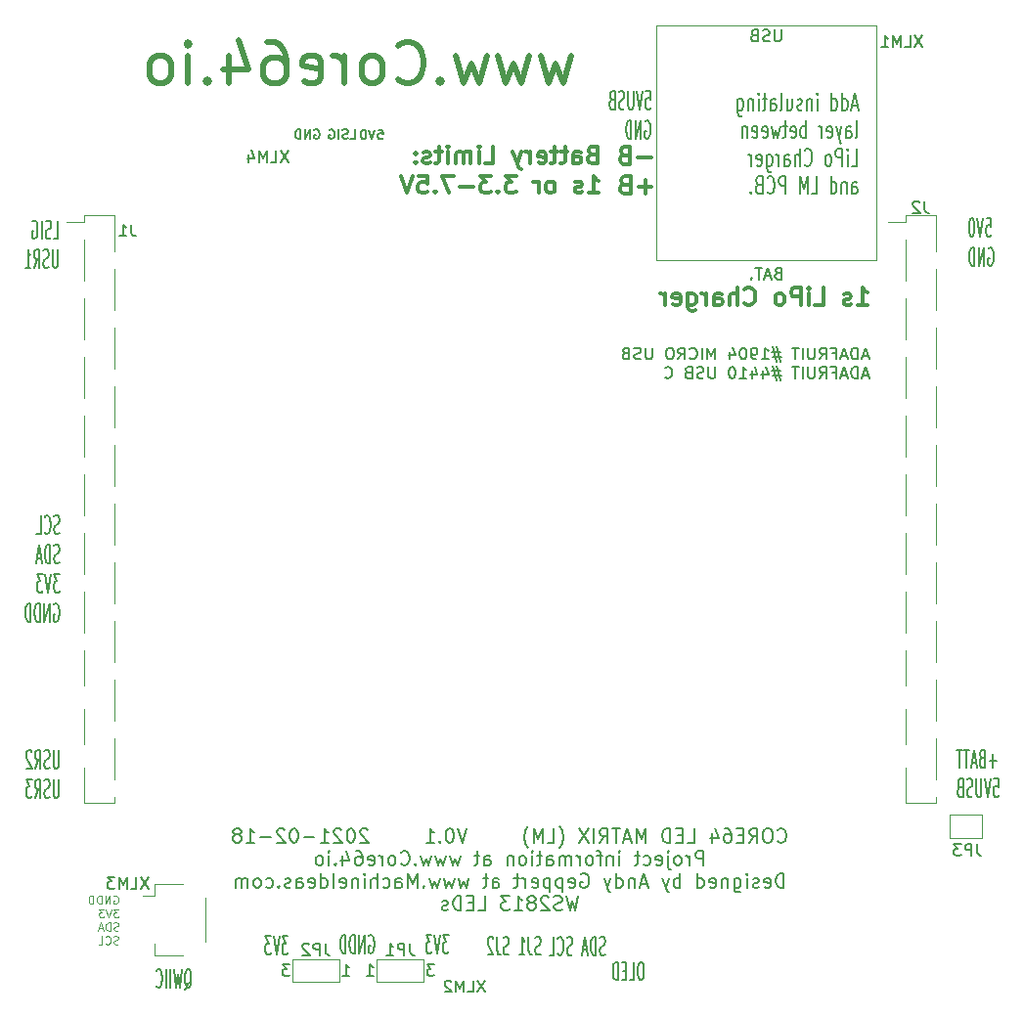
<source format=gbo>
G04 #@! TF.GenerationSoftware,KiCad,Pcbnew,(5.1.2-1)-1*
G04 #@! TF.CreationDate,2021-02-18T11:20:44-06:00*
G04 #@! TF.ProjectId,Core64 LM v0.1,436f7265-3634-4204-9c4d-2076302e312e,0.3*
G04 #@! TF.SameCoordinates,Original*
G04 #@! TF.FileFunction,Legend,Bot*
G04 #@! TF.FilePolarity,Positive*
%FSLAX46Y46*%
G04 Gerber Fmt 4.6, Leading zero omitted, Abs format (unit mm)*
G04 Created by KiCad (PCBNEW (5.1.2-1)-1) date 2021-02-18 11:20:44*
%MOMM*%
%LPD*%
G04 APERTURE LIST*
%ADD10C,0.160000*%
%ADD11C,0.150000*%
%ADD12C,0.120000*%
%ADD13C,0.300000*%
%ADD14C,0.500000*%
G04 APERTURE END LIST*
D10*
X30105523Y34965000D02*
X29629333Y34965000D01*
X30200761Y34536428D02*
X29867428Y36036428D01*
X29534095Y34536428D01*
X28772190Y34536428D02*
X28772190Y36036428D01*
X28772190Y34607857D02*
X28867428Y34536428D01*
X29057904Y34536428D01*
X29153142Y34607857D01*
X29200761Y34679285D01*
X29248380Y34822142D01*
X29248380Y35250714D01*
X29200761Y35393571D01*
X29153142Y35465000D01*
X29057904Y35536428D01*
X28867428Y35536428D01*
X28772190Y35465000D01*
X27867428Y34536428D02*
X27867428Y36036428D01*
X27867428Y34607857D02*
X27962666Y34536428D01*
X28153142Y34536428D01*
X28248380Y34607857D01*
X28296000Y34679285D01*
X28343619Y34822142D01*
X28343619Y35250714D01*
X28296000Y35393571D01*
X28248380Y35465000D01*
X28153142Y35536428D01*
X27962666Y35536428D01*
X27867428Y35465000D01*
X26629333Y34536428D02*
X26629333Y35536428D01*
X26629333Y36036428D02*
X26676952Y35965000D01*
X26629333Y35893571D01*
X26581714Y35965000D01*
X26629333Y36036428D01*
X26629333Y35893571D01*
X26153142Y35536428D02*
X26153142Y34536428D01*
X26153142Y35393571D02*
X26105523Y35465000D01*
X26010285Y35536428D01*
X25867428Y35536428D01*
X25772190Y35465000D01*
X25724571Y35322142D01*
X25724571Y34536428D01*
X25296000Y34607857D02*
X25200761Y34536428D01*
X25010285Y34536428D01*
X24915047Y34607857D01*
X24867428Y34750714D01*
X24867428Y34822142D01*
X24915047Y34965000D01*
X25010285Y35036428D01*
X25153142Y35036428D01*
X25248380Y35107857D01*
X25296000Y35250714D01*
X25296000Y35322142D01*
X25248380Y35465000D01*
X25153142Y35536428D01*
X25010285Y35536428D01*
X24915047Y35465000D01*
X24010285Y35536428D02*
X24010285Y34536428D01*
X24438857Y35536428D02*
X24438857Y34750714D01*
X24391238Y34607857D01*
X24296000Y34536428D01*
X24153142Y34536428D01*
X24057904Y34607857D01*
X24010285Y34679285D01*
X23391238Y34536428D02*
X23486476Y34607857D01*
X23534095Y34750714D01*
X23534095Y36036428D01*
X22581714Y34536428D02*
X22581714Y35322142D01*
X22629333Y35465000D01*
X22724571Y35536428D01*
X22915047Y35536428D01*
X23010285Y35465000D01*
X22581714Y34607857D02*
X22676952Y34536428D01*
X22915047Y34536428D01*
X23010285Y34607857D01*
X23057904Y34750714D01*
X23057904Y34893571D01*
X23010285Y35036428D01*
X22915047Y35107857D01*
X22676952Y35107857D01*
X22581714Y35179285D01*
X22248380Y35536428D02*
X21867428Y35536428D01*
X22105523Y36036428D02*
X22105523Y34750714D01*
X22057904Y34607857D01*
X21962666Y34536428D01*
X21867428Y34536428D01*
X21534095Y34536428D02*
X21534095Y35536428D01*
X21534095Y36036428D02*
X21581714Y35965000D01*
X21534095Y35893571D01*
X21486476Y35965000D01*
X21534095Y36036428D01*
X21534095Y35893571D01*
X21057904Y35536428D02*
X21057904Y34536428D01*
X21057904Y35393571D02*
X21010285Y35465000D01*
X20915047Y35536428D01*
X20772190Y35536428D01*
X20676952Y35465000D01*
X20629333Y35322142D01*
X20629333Y34536428D01*
X19724571Y35536428D02*
X19724571Y34322142D01*
X19772190Y34179285D01*
X19819809Y34107857D01*
X19915047Y34036428D01*
X20057904Y34036428D01*
X20153142Y34107857D01*
X19724571Y34607857D02*
X19819809Y34536428D01*
X20010285Y34536428D01*
X20105523Y34607857D01*
X20153142Y34679285D01*
X20200761Y34822142D01*
X20200761Y35250714D01*
X20153142Y35393571D01*
X20105523Y35465000D01*
X20010285Y35536428D01*
X19819809Y35536428D01*
X19724571Y35465000D01*
X29915047Y32126428D02*
X30010285Y32197857D01*
X30057904Y32340714D01*
X30057904Y33626428D01*
X29105523Y32126428D02*
X29105523Y32912142D01*
X29153142Y33055000D01*
X29248380Y33126428D01*
X29438857Y33126428D01*
X29534095Y33055000D01*
X29105523Y32197857D02*
X29200761Y32126428D01*
X29438857Y32126428D01*
X29534095Y32197857D01*
X29581714Y32340714D01*
X29581714Y32483571D01*
X29534095Y32626428D01*
X29438857Y32697857D01*
X29200761Y32697857D01*
X29105523Y32769285D01*
X28724571Y33126428D02*
X28486476Y32126428D01*
X28248380Y33126428D02*
X28486476Y32126428D01*
X28581714Y31769285D01*
X28629333Y31697857D01*
X28724571Y31626428D01*
X27486476Y32197857D02*
X27581714Y32126428D01*
X27772190Y32126428D01*
X27867428Y32197857D01*
X27915047Y32340714D01*
X27915047Y32912142D01*
X27867428Y33055000D01*
X27772190Y33126428D01*
X27581714Y33126428D01*
X27486476Y33055000D01*
X27438857Y32912142D01*
X27438857Y32769285D01*
X27915047Y32626428D01*
X27010285Y32126428D02*
X27010285Y33126428D01*
X27010285Y32840714D02*
X26962666Y32983571D01*
X26915047Y33055000D01*
X26819809Y33126428D01*
X26724571Y33126428D01*
X25629333Y32126428D02*
X25629333Y33626428D01*
X25629333Y33055000D02*
X25534095Y33126428D01*
X25343619Y33126428D01*
X25248380Y33055000D01*
X25200761Y32983571D01*
X25153142Y32840714D01*
X25153142Y32412142D01*
X25200761Y32269285D01*
X25248380Y32197857D01*
X25343619Y32126428D01*
X25534095Y32126428D01*
X25629333Y32197857D01*
X24343619Y32197857D02*
X24438857Y32126428D01*
X24629333Y32126428D01*
X24724571Y32197857D01*
X24772190Y32340714D01*
X24772190Y32912142D01*
X24724571Y33055000D01*
X24629333Y33126428D01*
X24438857Y33126428D01*
X24343619Y33055000D01*
X24296000Y32912142D01*
X24296000Y32769285D01*
X24772190Y32626428D01*
X24010285Y33126428D02*
X23629333Y33126428D01*
X23867428Y33626428D02*
X23867428Y32340714D01*
X23819809Y32197857D01*
X23724571Y32126428D01*
X23629333Y32126428D01*
X23391238Y33126428D02*
X23200761Y32126428D01*
X23010285Y32840714D01*
X22819809Y32126428D01*
X22629333Y33126428D01*
X21867428Y32197857D02*
X21962666Y32126428D01*
X22153142Y32126428D01*
X22248380Y32197857D01*
X22296000Y32340714D01*
X22296000Y32912142D01*
X22248380Y33055000D01*
X22153142Y33126428D01*
X21962666Y33126428D01*
X21867428Y33055000D01*
X21819809Y32912142D01*
X21819809Y32769285D01*
X22296000Y32626428D01*
X21010285Y32197857D02*
X21105523Y32126428D01*
X21296000Y32126428D01*
X21391238Y32197857D01*
X21438857Y32340714D01*
X21438857Y32912142D01*
X21391238Y33055000D01*
X21296000Y33126428D01*
X21105523Y33126428D01*
X21010285Y33055000D01*
X20962666Y32912142D01*
X20962666Y32769285D01*
X21438857Y32626428D01*
X20534095Y33126428D02*
X20534095Y32126428D01*
X20534095Y32983571D02*
X20486476Y33055000D01*
X20391238Y33126428D01*
X20248380Y33126428D01*
X20153142Y33055000D01*
X20105523Y32912142D01*
X20105523Y32126428D01*
X29581714Y29716428D02*
X30057904Y29716428D01*
X30057904Y31216428D01*
X29248380Y29716428D02*
X29248380Y30716428D01*
X29248380Y31216428D02*
X29296000Y31145000D01*
X29248380Y31073571D01*
X29200761Y31145000D01*
X29248380Y31216428D01*
X29248380Y31073571D01*
X28772190Y29716428D02*
X28772190Y31216428D01*
X28391238Y31216428D01*
X28296000Y31145000D01*
X28248380Y31073571D01*
X28200761Y30930714D01*
X28200761Y30716428D01*
X28248380Y30573571D01*
X28296000Y30502142D01*
X28391238Y30430714D01*
X28772190Y30430714D01*
X27629333Y29716428D02*
X27724571Y29787857D01*
X27772190Y29859285D01*
X27819809Y30002142D01*
X27819809Y30430714D01*
X27772190Y30573571D01*
X27724571Y30645000D01*
X27629333Y30716428D01*
X27486476Y30716428D01*
X27391238Y30645000D01*
X27343619Y30573571D01*
X27296000Y30430714D01*
X27296000Y30002142D01*
X27343619Y29859285D01*
X27391238Y29787857D01*
X27486476Y29716428D01*
X27629333Y29716428D01*
X25534095Y29859285D02*
X25581714Y29787857D01*
X25724571Y29716428D01*
X25819809Y29716428D01*
X25962666Y29787857D01*
X26057904Y29930714D01*
X26105523Y30073571D01*
X26153142Y30359285D01*
X26153142Y30573571D01*
X26105523Y30859285D01*
X26057904Y31002142D01*
X25962666Y31145000D01*
X25819809Y31216428D01*
X25724571Y31216428D01*
X25581714Y31145000D01*
X25534095Y31073571D01*
X25105523Y29716428D02*
X25105523Y31216428D01*
X24676952Y29716428D02*
X24676952Y30502142D01*
X24724571Y30645000D01*
X24819809Y30716428D01*
X24962666Y30716428D01*
X25057904Y30645000D01*
X25105523Y30573571D01*
X23772190Y29716428D02*
X23772190Y30502142D01*
X23819809Y30645000D01*
X23915047Y30716428D01*
X24105523Y30716428D01*
X24200761Y30645000D01*
X23772190Y29787857D02*
X23867428Y29716428D01*
X24105523Y29716428D01*
X24200761Y29787857D01*
X24248380Y29930714D01*
X24248380Y30073571D01*
X24200761Y30216428D01*
X24105523Y30287857D01*
X23867428Y30287857D01*
X23772190Y30359285D01*
X23296000Y29716428D02*
X23296000Y30716428D01*
X23296000Y30430714D02*
X23248380Y30573571D01*
X23200761Y30645000D01*
X23105523Y30716428D01*
X23010285Y30716428D01*
X22248380Y30716428D02*
X22248380Y29502142D01*
X22296000Y29359285D01*
X22343619Y29287857D01*
X22438857Y29216428D01*
X22581714Y29216428D01*
X22676952Y29287857D01*
X22248380Y29787857D02*
X22343619Y29716428D01*
X22534095Y29716428D01*
X22629333Y29787857D01*
X22676952Y29859285D01*
X22724571Y30002142D01*
X22724571Y30430714D01*
X22676952Y30573571D01*
X22629333Y30645000D01*
X22534095Y30716428D01*
X22343619Y30716428D01*
X22248380Y30645000D01*
X21391238Y29787857D02*
X21486476Y29716428D01*
X21676952Y29716428D01*
X21772190Y29787857D01*
X21819809Y29930714D01*
X21819809Y30502142D01*
X21772190Y30645000D01*
X21676952Y30716428D01*
X21486476Y30716428D01*
X21391238Y30645000D01*
X21343619Y30502142D01*
X21343619Y30359285D01*
X21819809Y30216428D01*
X20915047Y29716428D02*
X20915047Y30716428D01*
X20915047Y30430714D02*
X20867428Y30573571D01*
X20819809Y30645000D01*
X20724571Y30716428D01*
X20629333Y30716428D01*
X29629333Y27306428D02*
X29629333Y28092142D01*
X29676952Y28235000D01*
X29772190Y28306428D01*
X29962666Y28306428D01*
X30057904Y28235000D01*
X29629333Y27377857D02*
X29724571Y27306428D01*
X29962666Y27306428D01*
X30057904Y27377857D01*
X30105523Y27520714D01*
X30105523Y27663571D01*
X30057904Y27806428D01*
X29962666Y27877857D01*
X29724571Y27877857D01*
X29629333Y27949285D01*
X29153142Y28306428D02*
X29153142Y27306428D01*
X29153142Y28163571D02*
X29105523Y28235000D01*
X29010285Y28306428D01*
X28867428Y28306428D01*
X28772190Y28235000D01*
X28724571Y28092142D01*
X28724571Y27306428D01*
X27819809Y27306428D02*
X27819809Y28806428D01*
X27819809Y27377857D02*
X27915047Y27306428D01*
X28105523Y27306428D01*
X28200761Y27377857D01*
X28248380Y27449285D01*
X28296000Y27592142D01*
X28296000Y28020714D01*
X28248380Y28163571D01*
X28200761Y28235000D01*
X28105523Y28306428D01*
X27915047Y28306428D01*
X27819809Y28235000D01*
X26105523Y27306428D02*
X26581714Y27306428D01*
X26581714Y28806428D01*
X25772190Y27306428D02*
X25772190Y28806428D01*
X25438857Y27735000D01*
X25105523Y28806428D01*
X25105523Y27306428D01*
X23867428Y27306428D02*
X23867428Y28806428D01*
X23486476Y28806428D01*
X23391238Y28735000D01*
X23343619Y28663571D01*
X23296000Y28520714D01*
X23296000Y28306428D01*
X23343619Y28163571D01*
X23391238Y28092142D01*
X23486476Y28020714D01*
X23867428Y28020714D01*
X22296000Y27449285D02*
X22343619Y27377857D01*
X22486476Y27306428D01*
X22581714Y27306428D01*
X22724571Y27377857D01*
X22819809Y27520714D01*
X22867428Y27663571D01*
X22915047Y27949285D01*
X22915047Y28163571D01*
X22867428Y28449285D01*
X22819809Y28592142D01*
X22724571Y28735000D01*
X22581714Y28806428D01*
X22486476Y28806428D01*
X22343619Y28735000D01*
X22296000Y28663571D01*
X21534095Y28092142D02*
X21391238Y28020714D01*
X21343619Y27949285D01*
X21296000Y27806428D01*
X21296000Y27592142D01*
X21343619Y27449285D01*
X21391238Y27377857D01*
X21486476Y27306428D01*
X21867428Y27306428D01*
X21867428Y28806428D01*
X21534095Y28806428D01*
X21438857Y28735000D01*
X21391238Y28663571D01*
X21343619Y28520714D01*
X21343619Y28377857D01*
X21391238Y28235000D01*
X21438857Y28163571D01*
X21534095Y28092142D01*
X21867428Y28092142D01*
X20867428Y27449285D02*
X20819809Y27377857D01*
X20867428Y27306428D01*
X20915047Y27377857D01*
X20867428Y27449285D01*
X20867428Y27306428D01*
D11*
X-19165357Y31047619D02*
X-19832023Y30047619D01*
X-19832023Y31047619D02*
X-19165357Y30047619D01*
X-20689166Y30047619D02*
X-20212976Y30047619D01*
X-20212976Y31047619D01*
X-21022500Y30047619D02*
X-21022500Y31047619D01*
X-21355833Y30333333D01*
X-21689166Y31047619D01*
X-21689166Y30047619D01*
X-22593928Y30714285D02*
X-22593928Y30047619D01*
X-22355833Y31095238D02*
X-22117738Y30380952D01*
X-22736785Y30380952D01*
D10*
X-39044476Y-20894761D02*
X-39044476Y-22173809D01*
X-39082571Y-22324285D01*
X-39120666Y-22399523D01*
X-39196857Y-22474761D01*
X-39349238Y-22474761D01*
X-39425428Y-22399523D01*
X-39463523Y-22324285D01*
X-39501619Y-22173809D01*
X-39501619Y-20894761D01*
X-39844476Y-22399523D02*
X-39958761Y-22474761D01*
X-40149238Y-22474761D01*
X-40225428Y-22399523D01*
X-40263523Y-22324285D01*
X-40301619Y-22173809D01*
X-40301619Y-22023333D01*
X-40263523Y-21872857D01*
X-40225428Y-21797619D01*
X-40149238Y-21722380D01*
X-39996857Y-21647142D01*
X-39920666Y-21571904D01*
X-39882571Y-21496666D01*
X-39844476Y-21346190D01*
X-39844476Y-21195714D01*
X-39882571Y-21045238D01*
X-39920666Y-20970000D01*
X-39996857Y-20894761D01*
X-40187333Y-20894761D01*
X-40301619Y-20970000D01*
X-41101619Y-22474761D02*
X-40834952Y-21722380D01*
X-40644476Y-22474761D02*
X-40644476Y-20894761D01*
X-40949238Y-20894761D01*
X-41025428Y-20970000D01*
X-41063523Y-21045238D01*
X-41101619Y-21195714D01*
X-41101619Y-21421428D01*
X-41063523Y-21571904D01*
X-41025428Y-21647142D01*
X-40949238Y-21722380D01*
X-40644476Y-21722380D01*
X-41406380Y-21045238D02*
X-41444476Y-20970000D01*
X-41520666Y-20894761D01*
X-41711142Y-20894761D01*
X-41787333Y-20970000D01*
X-41825428Y-21045238D01*
X-41863523Y-21195714D01*
X-41863523Y-21346190D01*
X-41825428Y-21571904D01*
X-41368285Y-22474761D01*
X-41863523Y-22474761D01*
X-39044476Y-23424761D02*
X-39044476Y-24703809D01*
X-39082571Y-24854285D01*
X-39120666Y-24929523D01*
X-39196857Y-25004761D01*
X-39349238Y-25004761D01*
X-39425428Y-24929523D01*
X-39463523Y-24854285D01*
X-39501619Y-24703809D01*
X-39501619Y-23424761D01*
X-39844476Y-24929523D02*
X-39958761Y-25004761D01*
X-40149238Y-25004761D01*
X-40225428Y-24929523D01*
X-40263523Y-24854285D01*
X-40301619Y-24703809D01*
X-40301619Y-24553333D01*
X-40263523Y-24402857D01*
X-40225428Y-24327619D01*
X-40149238Y-24252380D01*
X-39996857Y-24177142D01*
X-39920666Y-24101904D01*
X-39882571Y-24026666D01*
X-39844476Y-23876190D01*
X-39844476Y-23725714D01*
X-39882571Y-23575238D01*
X-39920666Y-23500000D01*
X-39996857Y-23424761D01*
X-40187333Y-23424761D01*
X-40301619Y-23500000D01*
X-41101619Y-25004761D02*
X-40834952Y-24252380D01*
X-40644476Y-25004761D02*
X-40644476Y-23424761D01*
X-40949238Y-23424761D01*
X-41025428Y-23500000D01*
X-41063523Y-23575238D01*
X-41101619Y-23725714D01*
X-41101619Y-23951428D01*
X-41063523Y-24101904D01*
X-41025428Y-24177142D01*
X-40949238Y-24252380D01*
X-40644476Y-24252380D01*
X-41368285Y-23424761D02*
X-41863523Y-23424761D01*
X-41596857Y-24026666D01*
X-41711142Y-24026666D01*
X-41787333Y-24101904D01*
X-41825428Y-24177142D01*
X-41863523Y-24327619D01*
X-41863523Y-24703809D01*
X-41825428Y-24854285D01*
X-41787333Y-24929523D01*
X-41711142Y-25004761D01*
X-41482571Y-25004761D01*
X-41406380Y-24929523D01*
X-41368285Y-24854285D01*
X-28152809Y-41565238D02*
X-28076619Y-41490000D01*
X-28000428Y-41339523D01*
X-27886142Y-41113809D01*
X-27809952Y-41038571D01*
X-27733761Y-41038571D01*
X-27771857Y-41414761D02*
X-27695666Y-41339523D01*
X-27619476Y-41189047D01*
X-27581380Y-40888095D01*
X-27581380Y-40361428D01*
X-27619476Y-40060476D01*
X-27695666Y-39910000D01*
X-27771857Y-39834761D01*
X-27924238Y-39834761D01*
X-28000428Y-39910000D01*
X-28076619Y-40060476D01*
X-28114714Y-40361428D01*
X-28114714Y-40888095D01*
X-28076619Y-41189047D01*
X-28000428Y-41339523D01*
X-27924238Y-41414761D01*
X-27771857Y-41414761D01*
X-28381380Y-39834761D02*
X-28571857Y-41414761D01*
X-28724238Y-40286190D01*
X-28876619Y-41414761D01*
X-29067095Y-39834761D01*
X-29371857Y-41414761D02*
X-29371857Y-39834761D01*
X-29752809Y-41414761D02*
X-29752809Y-39834761D01*
X-30590904Y-41264285D02*
X-30552809Y-41339523D01*
X-30438523Y-41414761D01*
X-30362333Y-41414761D01*
X-30248047Y-41339523D01*
X-30171857Y-41189047D01*
X-30133761Y-41038571D01*
X-30095666Y-40737619D01*
X-30095666Y-40511904D01*
X-30133761Y-40210952D01*
X-30171857Y-40060476D01*
X-30248047Y-39910000D01*
X-30362333Y-39834761D01*
X-30438523Y-39834761D01*
X-30552809Y-39910000D01*
X-30590904Y-39985238D01*
D12*
X-34286333Y-33495000D02*
X-34219666Y-33461666D01*
X-34119666Y-33461666D01*
X-34019666Y-33495000D01*
X-33953000Y-33561666D01*
X-33919666Y-33628333D01*
X-33886333Y-33761666D01*
X-33886333Y-33861666D01*
X-33919666Y-33995000D01*
X-33953000Y-34061666D01*
X-34019666Y-34128333D01*
X-34119666Y-34161666D01*
X-34186333Y-34161666D01*
X-34286333Y-34128333D01*
X-34319666Y-34095000D01*
X-34319666Y-33861666D01*
X-34186333Y-33861666D01*
X-34619666Y-34161666D02*
X-34619666Y-33461666D01*
X-35019666Y-34161666D01*
X-35019666Y-33461666D01*
X-35353000Y-34161666D02*
X-35353000Y-33461666D01*
X-35519666Y-33461666D01*
X-35619666Y-33495000D01*
X-35686333Y-33561666D01*
X-35719666Y-33628333D01*
X-35753000Y-33761666D01*
X-35753000Y-33861666D01*
X-35719666Y-33995000D01*
X-35686333Y-34061666D01*
X-35619666Y-34128333D01*
X-35519666Y-34161666D01*
X-35353000Y-34161666D01*
X-36053000Y-34161666D02*
X-36053000Y-33461666D01*
X-36219666Y-33461666D01*
X-36319666Y-33495000D01*
X-36386333Y-33561666D01*
X-36419666Y-33628333D01*
X-36453000Y-33761666D01*
X-36453000Y-33861666D01*
X-36419666Y-33995000D01*
X-36386333Y-34061666D01*
X-36319666Y-34128333D01*
X-36219666Y-34161666D01*
X-36053000Y-34161666D01*
X-33853000Y-34631666D02*
X-34286333Y-34631666D01*
X-34053000Y-34898333D01*
X-34153000Y-34898333D01*
X-34219666Y-34931666D01*
X-34253000Y-34965000D01*
X-34286333Y-35031666D01*
X-34286333Y-35198333D01*
X-34253000Y-35265000D01*
X-34219666Y-35298333D01*
X-34153000Y-35331666D01*
X-33953000Y-35331666D01*
X-33886333Y-35298333D01*
X-33853000Y-35265000D01*
X-34486333Y-34631666D02*
X-34719666Y-35331666D01*
X-34953000Y-34631666D01*
X-35119666Y-34631666D02*
X-35553000Y-34631666D01*
X-35319666Y-34898333D01*
X-35419666Y-34898333D01*
X-35486333Y-34931666D01*
X-35519666Y-34965000D01*
X-35553000Y-35031666D01*
X-35553000Y-35198333D01*
X-35519666Y-35265000D01*
X-35486333Y-35298333D01*
X-35419666Y-35331666D01*
X-35219666Y-35331666D01*
X-35153000Y-35298333D01*
X-35119666Y-35265000D01*
X-33886333Y-36468333D02*
X-33986333Y-36501666D01*
X-34153000Y-36501666D01*
X-34219666Y-36468333D01*
X-34253000Y-36435000D01*
X-34286333Y-36368333D01*
X-34286333Y-36301666D01*
X-34253000Y-36235000D01*
X-34219666Y-36201666D01*
X-34153000Y-36168333D01*
X-34019666Y-36135000D01*
X-33953000Y-36101666D01*
X-33919666Y-36068333D01*
X-33886333Y-36001666D01*
X-33886333Y-35935000D01*
X-33919666Y-35868333D01*
X-33953000Y-35835000D01*
X-34019666Y-35801666D01*
X-34186333Y-35801666D01*
X-34286333Y-35835000D01*
X-34586333Y-36501666D02*
X-34586333Y-35801666D01*
X-34753000Y-35801666D01*
X-34853000Y-35835000D01*
X-34919666Y-35901666D01*
X-34953000Y-35968333D01*
X-34986333Y-36101666D01*
X-34986333Y-36201666D01*
X-34953000Y-36335000D01*
X-34919666Y-36401666D01*
X-34853000Y-36468333D01*
X-34753000Y-36501666D01*
X-34586333Y-36501666D01*
X-35253000Y-36301666D02*
X-35586333Y-36301666D01*
X-35186333Y-36501666D02*
X-35419666Y-35801666D01*
X-35653000Y-36501666D01*
X-33886333Y-37638333D02*
X-33986333Y-37671666D01*
X-34153000Y-37671666D01*
X-34219666Y-37638333D01*
X-34253000Y-37605000D01*
X-34286333Y-37538333D01*
X-34286333Y-37471666D01*
X-34253000Y-37405000D01*
X-34219666Y-37371666D01*
X-34153000Y-37338333D01*
X-34019666Y-37305000D01*
X-33953000Y-37271666D01*
X-33919666Y-37238333D01*
X-33886333Y-37171666D01*
X-33886333Y-37105000D01*
X-33919666Y-37038333D01*
X-33953000Y-37005000D01*
X-34019666Y-36971666D01*
X-34186333Y-36971666D01*
X-34286333Y-37005000D01*
X-34986333Y-37605000D02*
X-34953000Y-37638333D01*
X-34853000Y-37671666D01*
X-34786333Y-37671666D01*
X-34686333Y-37638333D01*
X-34619666Y-37571666D01*
X-34586333Y-37505000D01*
X-34553000Y-37371666D01*
X-34553000Y-37271666D01*
X-34586333Y-37138333D01*
X-34619666Y-37071666D01*
X-34686333Y-37005000D01*
X-34786333Y-36971666D01*
X-34853000Y-36971666D01*
X-34953000Y-37005000D01*
X-34986333Y-37038333D01*
X-35619666Y-37671666D02*
X-35286333Y-37671666D01*
X-35286333Y-36971666D01*
D10*
X11774571Y36205238D02*
X12155523Y36205238D01*
X12193619Y35452857D01*
X12155523Y35528095D01*
X12079333Y35603333D01*
X11888857Y35603333D01*
X11812666Y35528095D01*
X11774571Y35452857D01*
X11736476Y35302380D01*
X11736476Y34926190D01*
X11774571Y34775714D01*
X11812666Y34700476D01*
X11888857Y34625238D01*
X12079333Y34625238D01*
X12155523Y34700476D01*
X12193619Y34775714D01*
X11507904Y36205238D02*
X11241238Y34625238D01*
X10974571Y36205238D01*
X10707904Y36205238D02*
X10707904Y34926190D01*
X10669809Y34775714D01*
X10631714Y34700476D01*
X10555523Y34625238D01*
X10403142Y34625238D01*
X10326952Y34700476D01*
X10288857Y34775714D01*
X10250761Y34926190D01*
X10250761Y36205238D01*
X9907904Y34700476D02*
X9793619Y34625238D01*
X9603142Y34625238D01*
X9526952Y34700476D01*
X9488857Y34775714D01*
X9450761Y34926190D01*
X9450761Y35076666D01*
X9488857Y35227142D01*
X9526952Y35302380D01*
X9603142Y35377619D01*
X9755523Y35452857D01*
X9831714Y35528095D01*
X9869809Y35603333D01*
X9907904Y35753809D01*
X9907904Y35904285D01*
X9869809Y36054761D01*
X9831714Y36130000D01*
X9755523Y36205238D01*
X9565047Y36205238D01*
X9450761Y36130000D01*
X8841238Y35452857D02*
X8726952Y35377619D01*
X8688857Y35302380D01*
X8650761Y35151904D01*
X8650761Y34926190D01*
X8688857Y34775714D01*
X8726952Y34700476D01*
X8803142Y34625238D01*
X9107904Y34625238D01*
X9107904Y36205238D01*
X8841238Y36205238D01*
X8765047Y36130000D01*
X8726952Y36054761D01*
X8688857Y35904285D01*
X8688857Y35753809D01*
X8726952Y35603333D01*
X8765047Y35528095D01*
X8841238Y35452857D01*
X9107904Y35452857D01*
X11736476Y33600000D02*
X11812666Y33675238D01*
X11926952Y33675238D01*
X12041238Y33600000D01*
X12117428Y33449523D01*
X12155523Y33299047D01*
X12193619Y32998095D01*
X12193619Y32772380D01*
X12155523Y32471428D01*
X12117428Y32320952D01*
X12041238Y32170476D01*
X11926952Y32095238D01*
X11850761Y32095238D01*
X11736476Y32170476D01*
X11698380Y32245714D01*
X11698380Y32772380D01*
X11850761Y32772380D01*
X11355523Y32095238D02*
X11355523Y33675238D01*
X10898380Y32095238D01*
X10898380Y33675238D01*
X10517428Y32095238D02*
X10517428Y33675238D01*
X10326952Y33675238D01*
X10212666Y33600000D01*
X10136476Y33449523D01*
X10098380Y33299047D01*
X10060285Y32998095D01*
X10060285Y32772380D01*
X10098380Y32471428D01*
X10136476Y32320952D01*
X10212666Y32170476D01*
X10326952Y32095238D01*
X10517428Y32095238D01*
D11*
X-2115357Y-40802380D02*
X-2782023Y-41802380D01*
X-2782023Y-40802380D02*
X-2115357Y-41802380D01*
X-3639166Y-41802380D02*
X-3162976Y-41802380D01*
X-3162976Y-40802380D01*
X-3972500Y-41802380D02*
X-3972500Y-40802380D01*
X-4305833Y-41516666D01*
X-4639166Y-40802380D01*
X-4639166Y-41802380D01*
X-5067738Y-40897619D02*
X-5115357Y-40850000D01*
X-5210595Y-40802380D01*
X-5448690Y-40802380D01*
X-5543928Y-40850000D01*
X-5591547Y-40897619D01*
X-5639166Y-40992857D01*
X-5639166Y-41088095D01*
X-5591547Y-41230952D01*
X-5020119Y-41802380D01*
X-5639166Y-41802380D01*
D10*
X11428142Y-39209761D02*
X11275761Y-39209761D01*
X11199571Y-39285000D01*
X11123380Y-39435476D01*
X11085285Y-39736428D01*
X11085285Y-40263095D01*
X11123380Y-40564047D01*
X11199571Y-40714523D01*
X11275761Y-40789761D01*
X11428142Y-40789761D01*
X11504333Y-40714523D01*
X11580523Y-40564047D01*
X11618619Y-40263095D01*
X11618619Y-39736428D01*
X11580523Y-39435476D01*
X11504333Y-39285000D01*
X11428142Y-39209761D01*
X10361476Y-40789761D02*
X10742428Y-40789761D01*
X10742428Y-39209761D01*
X10094809Y-39962142D02*
X9828142Y-39962142D01*
X9713857Y-40789761D02*
X10094809Y-40789761D01*
X10094809Y-39209761D01*
X9713857Y-39209761D01*
X9371000Y-40789761D02*
X9371000Y-39209761D01*
X9180523Y-39209761D01*
X9066238Y-39285000D01*
X8990047Y-39435476D01*
X8951952Y-39585952D01*
X8913857Y-39886904D01*
X8913857Y-40112619D01*
X8951952Y-40413571D01*
X8990047Y-40564047D01*
X9066238Y-40714523D01*
X9180523Y-40789761D01*
X9371000Y-40789761D01*
D11*
X31012023Y13258333D02*
X30535833Y13258333D01*
X31107261Y12972619D02*
X30773928Y13972619D01*
X30440595Y12972619D01*
X30107261Y12972619D02*
X30107261Y13972619D01*
X29869166Y13972619D01*
X29726309Y13925000D01*
X29631071Y13829761D01*
X29583452Y13734523D01*
X29535833Y13544047D01*
X29535833Y13401190D01*
X29583452Y13210714D01*
X29631071Y13115476D01*
X29726309Y13020238D01*
X29869166Y12972619D01*
X30107261Y12972619D01*
X29154880Y13258333D02*
X28678690Y13258333D01*
X29250119Y12972619D02*
X28916785Y13972619D01*
X28583452Y12972619D01*
X27916785Y13496428D02*
X28250119Y13496428D01*
X28250119Y12972619D02*
X28250119Y13972619D01*
X27773928Y13972619D01*
X26821547Y12972619D02*
X27154880Y13448809D01*
X27392976Y12972619D02*
X27392976Y13972619D01*
X27012023Y13972619D01*
X26916785Y13925000D01*
X26869166Y13877380D01*
X26821547Y13782142D01*
X26821547Y13639285D01*
X26869166Y13544047D01*
X26916785Y13496428D01*
X27012023Y13448809D01*
X27392976Y13448809D01*
X26392976Y13972619D02*
X26392976Y13163095D01*
X26345357Y13067857D01*
X26297738Y13020238D01*
X26202499Y12972619D01*
X26012023Y12972619D01*
X25916785Y13020238D01*
X25869166Y13067857D01*
X25821547Y13163095D01*
X25821547Y13972619D01*
X25345357Y12972619D02*
X25345357Y13972619D01*
X25012023Y13972619D02*
X24440595Y13972619D01*
X24726309Y12972619D02*
X24726309Y13972619D01*
X23392976Y13639285D02*
X22678690Y13639285D01*
X23107261Y14067857D02*
X23392976Y12782142D01*
X22773928Y13210714D02*
X23488214Y13210714D01*
X23059642Y12782142D02*
X22773928Y14067857D01*
X21821547Y12972619D02*
X22392976Y12972619D01*
X22107261Y12972619D02*
X22107261Y13972619D01*
X22202500Y13829761D01*
X22297738Y13734523D01*
X22392976Y13686904D01*
X21345357Y12972619D02*
X21154880Y12972619D01*
X21059642Y13020238D01*
X21012023Y13067857D01*
X20916785Y13210714D01*
X20869166Y13401190D01*
X20869166Y13782142D01*
X20916785Y13877380D01*
X20964404Y13925000D01*
X21059642Y13972619D01*
X21250119Y13972619D01*
X21345357Y13925000D01*
X21392976Y13877380D01*
X21440595Y13782142D01*
X21440595Y13544047D01*
X21392976Y13448809D01*
X21345357Y13401190D01*
X21250119Y13353571D01*
X21059642Y13353571D01*
X20964404Y13401190D01*
X20916785Y13448809D01*
X20869166Y13544047D01*
X20250119Y13972619D02*
X20154880Y13972619D01*
X20059642Y13925000D01*
X20012023Y13877380D01*
X19964404Y13782142D01*
X19916785Y13591666D01*
X19916785Y13353571D01*
X19964404Y13163095D01*
X20012023Y13067857D01*
X20059642Y13020238D01*
X20154880Y12972619D01*
X20250119Y12972619D01*
X20345357Y13020238D01*
X20392976Y13067857D01*
X20440595Y13163095D01*
X20488214Y13353571D01*
X20488214Y13591666D01*
X20440595Y13782142D01*
X20392976Y13877380D01*
X20345357Y13925000D01*
X20250119Y13972619D01*
X19059642Y13639285D02*
X19059642Y12972619D01*
X19297738Y14020238D02*
X19535833Y13305952D01*
X18916785Y13305952D01*
X17773928Y12972619D02*
X17773928Y13972619D01*
X17440595Y13258333D01*
X17107261Y13972619D01*
X17107261Y12972619D01*
X16631071Y12972619D02*
X16631071Y13972619D01*
X15583452Y13067857D02*
X15631071Y13020238D01*
X15773928Y12972619D01*
X15869166Y12972619D01*
X16012023Y13020238D01*
X16107261Y13115476D01*
X16154880Y13210714D01*
X16202500Y13401190D01*
X16202500Y13544047D01*
X16154880Y13734523D01*
X16107261Y13829761D01*
X16012023Y13925000D01*
X15869166Y13972619D01*
X15773928Y13972619D01*
X15631071Y13925000D01*
X15583452Y13877380D01*
X14583452Y12972619D02*
X14916785Y13448809D01*
X15154880Y12972619D02*
X15154880Y13972619D01*
X14773928Y13972619D01*
X14678690Y13925000D01*
X14631071Y13877380D01*
X14583452Y13782142D01*
X14583452Y13639285D01*
X14631071Y13544047D01*
X14678690Y13496428D01*
X14773928Y13448809D01*
X15154880Y13448809D01*
X13964404Y13972619D02*
X13773928Y13972619D01*
X13678690Y13925000D01*
X13583452Y13829761D01*
X13535833Y13639285D01*
X13535833Y13305952D01*
X13583452Y13115476D01*
X13678690Y13020238D01*
X13773928Y12972619D01*
X13964404Y12972619D01*
X14059642Y13020238D01*
X14154880Y13115476D01*
X14202500Y13305952D01*
X14202500Y13639285D01*
X14154880Y13829761D01*
X14059642Y13925000D01*
X13964404Y13972619D01*
X12345357Y13972619D02*
X12345357Y13163095D01*
X12297738Y13067857D01*
X12250119Y13020238D01*
X12154880Y12972619D01*
X11964404Y12972619D01*
X11869166Y13020238D01*
X11821547Y13067857D01*
X11773928Y13163095D01*
X11773928Y13972619D01*
X11345357Y13020238D02*
X11202500Y12972619D01*
X10964404Y12972619D01*
X10869166Y13020238D01*
X10821547Y13067857D01*
X10773928Y13163095D01*
X10773928Y13258333D01*
X10821547Y13353571D01*
X10869166Y13401190D01*
X10964404Y13448809D01*
X11154880Y13496428D01*
X11250119Y13544047D01*
X11297738Y13591666D01*
X11345357Y13686904D01*
X11345357Y13782142D01*
X11297738Y13877380D01*
X11250119Y13925000D01*
X11154880Y13972619D01*
X10916785Y13972619D01*
X10773928Y13925000D01*
X10012023Y13496428D02*
X9869166Y13448809D01*
X9821547Y13401190D01*
X9773928Y13305952D01*
X9773928Y13163095D01*
X9821547Y13067857D01*
X9869166Y13020238D01*
X9964404Y12972619D01*
X10345357Y12972619D01*
X10345357Y13972619D01*
X10012023Y13972619D01*
X9916785Y13925000D01*
X9869166Y13877380D01*
X9821547Y13782142D01*
X9821547Y13686904D01*
X9869166Y13591666D01*
X9916785Y13544047D01*
X10012023Y13496428D01*
X10345357Y13496428D01*
X31012023Y11608333D02*
X30535833Y11608333D01*
X31107261Y11322619D02*
X30773928Y12322619D01*
X30440595Y11322619D01*
X30107261Y11322619D02*
X30107261Y12322619D01*
X29869166Y12322619D01*
X29726309Y12275000D01*
X29631071Y12179761D01*
X29583452Y12084523D01*
X29535833Y11894047D01*
X29535833Y11751190D01*
X29583452Y11560714D01*
X29631071Y11465476D01*
X29726309Y11370238D01*
X29869166Y11322619D01*
X30107261Y11322619D01*
X29154880Y11608333D02*
X28678690Y11608333D01*
X29250119Y11322619D02*
X28916785Y12322619D01*
X28583452Y11322619D01*
X27916785Y11846428D02*
X28250119Y11846428D01*
X28250119Y11322619D02*
X28250119Y12322619D01*
X27773928Y12322619D01*
X26821547Y11322619D02*
X27154880Y11798809D01*
X27392976Y11322619D02*
X27392976Y12322619D01*
X27012023Y12322619D01*
X26916785Y12275000D01*
X26869166Y12227380D01*
X26821547Y12132142D01*
X26821547Y11989285D01*
X26869166Y11894047D01*
X26916785Y11846428D01*
X27012023Y11798809D01*
X27392976Y11798809D01*
X26392976Y12322619D02*
X26392976Y11513095D01*
X26345357Y11417857D01*
X26297738Y11370238D01*
X26202500Y11322619D01*
X26012023Y11322619D01*
X25916785Y11370238D01*
X25869166Y11417857D01*
X25821547Y11513095D01*
X25821547Y12322619D01*
X25345357Y11322619D02*
X25345357Y12322619D01*
X25012023Y12322619D02*
X24440595Y12322619D01*
X24726309Y11322619D02*
X24726309Y12322619D01*
X23392976Y11989285D02*
X22678690Y11989285D01*
X23107261Y12417857D02*
X23392976Y11132142D01*
X22773928Y11560714D02*
X23488214Y11560714D01*
X23059642Y11132142D02*
X22773928Y12417857D01*
X21916785Y11989285D02*
X21916785Y11322619D01*
X22154880Y12370238D02*
X22392976Y11655952D01*
X21773928Y11655952D01*
X20964404Y11989285D02*
X20964404Y11322619D01*
X21202500Y12370238D02*
X21440595Y11655952D01*
X20821547Y11655952D01*
X19916785Y11322619D02*
X20488214Y11322619D01*
X20202500Y11322619D02*
X20202500Y12322619D01*
X20297738Y12179761D01*
X20392976Y12084523D01*
X20488214Y12036904D01*
X19297738Y12322619D02*
X19202500Y12322619D01*
X19107261Y12275000D01*
X19059642Y12227380D01*
X19012023Y12132142D01*
X18964404Y11941666D01*
X18964404Y11703571D01*
X19012023Y11513095D01*
X19059642Y11417857D01*
X19107261Y11370238D01*
X19202500Y11322619D01*
X19297738Y11322619D01*
X19392976Y11370238D01*
X19440595Y11417857D01*
X19488214Y11513095D01*
X19535833Y11703571D01*
X19535833Y11941666D01*
X19488214Y12132142D01*
X19440595Y12227380D01*
X19392976Y12275000D01*
X19297738Y12322619D01*
X17773928Y12322619D02*
X17773928Y11513095D01*
X17726309Y11417857D01*
X17678690Y11370238D01*
X17583452Y11322619D01*
X17392976Y11322619D01*
X17297738Y11370238D01*
X17250119Y11417857D01*
X17202500Y11513095D01*
X17202500Y12322619D01*
X16773928Y11370238D02*
X16631071Y11322619D01*
X16392976Y11322619D01*
X16297738Y11370238D01*
X16250119Y11417857D01*
X16202500Y11513095D01*
X16202500Y11608333D01*
X16250119Y11703571D01*
X16297738Y11751190D01*
X16392976Y11798809D01*
X16583452Y11846428D01*
X16678690Y11894047D01*
X16726309Y11941666D01*
X16773928Y12036904D01*
X16773928Y12132142D01*
X16726309Y12227380D01*
X16678690Y12275000D01*
X16583452Y12322619D01*
X16345357Y12322619D01*
X16202500Y12275000D01*
X15440595Y11846428D02*
X15297738Y11798809D01*
X15250119Y11751190D01*
X15202500Y11655952D01*
X15202500Y11513095D01*
X15250119Y11417857D01*
X15297738Y11370238D01*
X15392976Y11322619D01*
X15773928Y11322619D01*
X15773928Y12322619D01*
X15440595Y12322619D01*
X15345357Y12275000D01*
X15297738Y12227380D01*
X15250119Y12132142D01*
X15250119Y12036904D01*
X15297738Y11941666D01*
X15345357Y11894047D01*
X15440595Y11846428D01*
X15773928Y11846428D01*
X13440595Y11417857D02*
X13488214Y11370238D01*
X13631071Y11322619D01*
X13726309Y11322619D01*
X13869166Y11370238D01*
X13964404Y11465476D01*
X14012023Y11560714D01*
X14059642Y11751190D01*
X14059642Y11894047D01*
X14012023Y12084523D01*
X13964404Y12179761D01*
X13869166Y12275000D01*
X13726309Y12322619D01*
X13631071Y12322619D01*
X13488214Y12275000D01*
X13440595Y12227380D01*
D13*
X7122857Y30707142D02*
X6908571Y30635714D01*
X6837142Y30564285D01*
X6765714Y30421428D01*
X6765714Y30207142D01*
X6837142Y30064285D01*
X6908571Y29992857D01*
X7051428Y29921428D01*
X7622857Y29921428D01*
X7622857Y31421428D01*
X7122857Y31421428D01*
X6980000Y31350000D01*
X6908571Y31278571D01*
X6837142Y31135714D01*
X6837142Y30992857D01*
X6908571Y30850000D01*
X6980000Y30778571D01*
X7122857Y30707142D01*
X7622857Y30707142D01*
X5480000Y29921428D02*
X5480000Y30707142D01*
X5551428Y30850000D01*
X5694285Y30921428D01*
X5980000Y30921428D01*
X6122857Y30850000D01*
X5480000Y29992857D02*
X5622857Y29921428D01*
X5980000Y29921428D01*
X6122857Y29992857D01*
X6194285Y30135714D01*
X6194285Y30278571D01*
X6122857Y30421428D01*
X5980000Y30492857D01*
X5622857Y30492857D01*
X5480000Y30564285D01*
X4980000Y30921428D02*
X4408571Y30921428D01*
X4765714Y31421428D02*
X4765714Y30135714D01*
X4694285Y29992857D01*
X4551428Y29921428D01*
X4408571Y29921428D01*
X4122857Y30921428D02*
X3551428Y30921428D01*
X3908571Y31421428D02*
X3908571Y30135714D01*
X3837142Y29992857D01*
X3694285Y29921428D01*
X3551428Y29921428D01*
X2480000Y29992857D02*
X2622857Y29921428D01*
X2908571Y29921428D01*
X3051428Y29992857D01*
X3122857Y30135714D01*
X3122857Y30707142D01*
X3051428Y30850000D01*
X2908571Y30921428D01*
X2622857Y30921428D01*
X2480000Y30850000D01*
X2408571Y30707142D01*
X2408571Y30564285D01*
X3122857Y30421428D01*
X1765714Y29921428D02*
X1765714Y30921428D01*
X1765714Y30635714D02*
X1694285Y30778571D01*
X1622857Y30850000D01*
X1480000Y30921428D01*
X1337142Y30921428D01*
X980000Y30921428D02*
X622857Y29921428D01*
X265714Y30921428D02*
X622857Y29921428D01*
X765714Y29564285D01*
X837142Y29492857D01*
X980000Y29421428D01*
X-2162857Y29921428D02*
X-1448571Y29921428D01*
X-1448571Y31421428D01*
X-2662857Y29921428D02*
X-2662857Y30921428D01*
X-2662857Y31421428D02*
X-2591428Y31350000D01*
X-2662857Y31278571D01*
X-2734285Y31350000D01*
X-2662857Y31421428D01*
X-2662857Y31278571D01*
X-3377142Y29921428D02*
X-3377142Y30921428D01*
X-3377142Y30778571D02*
X-3448571Y30850000D01*
X-3591428Y30921428D01*
X-3805714Y30921428D01*
X-3948571Y30850000D01*
X-4019999Y30707142D01*
X-4019999Y29921428D01*
X-4019999Y30707142D02*
X-4091428Y30850000D01*
X-4234285Y30921428D01*
X-4448571Y30921428D01*
X-4591428Y30850000D01*
X-4662857Y30707142D01*
X-4662857Y29921428D01*
X-5377142Y29921428D02*
X-5377142Y30921428D01*
X-5377142Y31421428D02*
X-5305714Y31350000D01*
X-5377142Y31278571D01*
X-5448571Y31350000D01*
X-5377142Y31421428D01*
X-5377142Y31278571D01*
X-5877142Y30921428D02*
X-6448571Y30921428D01*
X-6091428Y31421428D02*
X-6091428Y30135714D01*
X-6162857Y29992857D01*
X-6305714Y29921428D01*
X-6448571Y29921428D01*
X-6877142Y29992857D02*
X-7019999Y29921428D01*
X-7305714Y29921428D01*
X-7448571Y29992857D01*
X-7519999Y30135714D01*
X-7519999Y30207142D01*
X-7448571Y30350000D01*
X-7305714Y30421428D01*
X-7091428Y30421428D01*
X-6948571Y30492857D01*
X-6877142Y30635714D01*
X-6877142Y30707142D01*
X-6948571Y30850000D01*
X-7091428Y30921428D01*
X-7305714Y30921428D01*
X-7448571Y30850000D01*
X-8162857Y30064285D02*
X-8234285Y29992857D01*
X-8162857Y29921428D01*
X-8091428Y29992857D01*
X-8162857Y30064285D01*
X-8162857Y29921428D01*
X-8162857Y30850000D02*
X-8234285Y30778571D01*
X-8162857Y30707142D01*
X-8091428Y30778571D01*
X-8162857Y30850000D01*
X-8162857Y30707142D01*
X6837142Y27371428D02*
X7694285Y27371428D01*
X7265714Y27371428D02*
X7265714Y28871428D01*
X7408571Y28657142D01*
X7551428Y28514285D01*
X7694285Y28442857D01*
X6265714Y27442857D02*
X6122857Y27371428D01*
X5837142Y27371428D01*
X5694285Y27442857D01*
X5622857Y27585714D01*
X5622857Y27657142D01*
X5694285Y27800000D01*
X5837142Y27871428D01*
X6051428Y27871428D01*
X6194285Y27942857D01*
X6265714Y28085714D01*
X6265714Y28157142D01*
X6194285Y28300000D01*
X6051428Y28371428D01*
X5837142Y28371428D01*
X5694285Y28300000D01*
X3622857Y27371428D02*
X3765714Y27442857D01*
X3837142Y27514285D01*
X3908571Y27657142D01*
X3908571Y28085714D01*
X3837142Y28228571D01*
X3765714Y28300000D01*
X3622857Y28371428D01*
X3408571Y28371428D01*
X3265714Y28300000D01*
X3194285Y28228571D01*
X3122857Y28085714D01*
X3122857Y27657142D01*
X3194285Y27514285D01*
X3265714Y27442857D01*
X3408571Y27371428D01*
X3622857Y27371428D01*
X2480000Y27371428D02*
X2480000Y28371428D01*
X2480000Y28085714D02*
X2408571Y28228571D01*
X2337142Y28300000D01*
X2194285Y28371428D01*
X2051428Y28371428D01*
X551428Y28871428D02*
X-377142Y28871428D01*
X122857Y28300000D01*
X-91428Y28300000D01*
X-234285Y28228571D01*
X-305714Y28157142D01*
X-377142Y28014285D01*
X-377142Y27657142D01*
X-305714Y27514285D01*
X-234285Y27442857D01*
X-91428Y27371428D01*
X337142Y27371428D01*
X479999Y27442857D01*
X551428Y27514285D01*
X-1020000Y27514285D02*
X-1091428Y27442857D01*
X-1020000Y27371428D01*
X-948571Y27442857D01*
X-1020000Y27514285D01*
X-1020000Y27371428D01*
X-1591428Y28871428D02*
X-2520000Y28871428D01*
X-2020000Y28300000D01*
X-2234285Y28300000D01*
X-2377142Y28228571D01*
X-2448571Y28157142D01*
X-2520000Y28014285D01*
X-2520000Y27657142D01*
X-2448571Y27514285D01*
X-2377142Y27442857D01*
X-2234285Y27371428D01*
X-1805714Y27371428D01*
X-1662857Y27442857D01*
X-1591428Y27514285D01*
X-3162857Y27942857D02*
X-4305714Y27942857D01*
X-4877142Y28871428D02*
X-5877142Y28871428D01*
X-5234285Y27371428D01*
X-6448571Y27514285D02*
X-6520000Y27442857D01*
X-6448571Y27371428D01*
X-6377142Y27442857D01*
X-6448571Y27514285D01*
X-6448571Y27371428D01*
X-7877142Y28871428D02*
X-7162857Y28871428D01*
X-7091428Y28157142D01*
X-7162857Y28228571D01*
X-7305714Y28300000D01*
X-7662857Y28300000D01*
X-7805714Y28228571D01*
X-7877142Y28157142D01*
X-7948571Y28014285D01*
X-7948571Y27657142D01*
X-7877142Y27514285D01*
X-7805714Y27442857D01*
X-7662857Y27371428D01*
X-7305714Y27371428D01*
X-7162857Y27442857D01*
X-7091428Y27514285D01*
X-8377142Y28871428D02*
X-8877142Y27371428D01*
X-9377142Y28871428D01*
X12246428Y30442857D02*
X11103571Y30442857D01*
X9889285Y30657142D02*
X9675000Y30585714D01*
X9603571Y30514285D01*
X9532142Y30371428D01*
X9532142Y30157142D01*
X9603571Y30014285D01*
X9675000Y29942857D01*
X9817857Y29871428D01*
X10389285Y29871428D01*
X10389285Y31371428D01*
X9889285Y31371428D01*
X9746428Y31300000D01*
X9675000Y31228571D01*
X9603571Y31085714D01*
X9603571Y30942857D01*
X9675000Y30800000D01*
X9746428Y30728571D01*
X9889285Y30657142D01*
X10389285Y30657142D01*
X12296428Y27892857D02*
X11153571Y27892857D01*
X11725000Y27321428D02*
X11725000Y28464285D01*
X9939285Y28107142D02*
X9725000Y28035714D01*
X9653571Y27964285D01*
X9582142Y27821428D01*
X9582142Y27607142D01*
X9653571Y27464285D01*
X9725000Y27392857D01*
X9867857Y27321428D01*
X10439285Y27321428D01*
X10439285Y28821428D01*
X9939285Y28821428D01*
X9796428Y28750000D01*
X9725000Y28678571D01*
X9653571Y28535714D01*
X9653571Y28392857D01*
X9725000Y28250000D01*
X9796428Y28178571D01*
X9939285Y28107142D01*
X10439285Y28107142D01*
D10*
X2658619Y-38514523D02*
X2544333Y-38589761D01*
X2353857Y-38589761D01*
X2277666Y-38514523D01*
X2239571Y-38439285D01*
X2201476Y-38288809D01*
X2201476Y-38138333D01*
X2239571Y-37987857D01*
X2277666Y-37912619D01*
X2353857Y-37837380D01*
X2506238Y-37762142D01*
X2582428Y-37686904D01*
X2620523Y-37611666D01*
X2658619Y-37461190D01*
X2658619Y-37310714D01*
X2620523Y-37160238D01*
X2582428Y-37085000D01*
X2506238Y-37009761D01*
X2315761Y-37009761D01*
X2201476Y-37085000D01*
X1630047Y-37009761D02*
X1630047Y-38138333D01*
X1668142Y-38364047D01*
X1744333Y-38514523D01*
X1858619Y-38589761D01*
X1934809Y-38589761D01*
X830047Y-38589761D02*
X1287190Y-38589761D01*
X1058619Y-38589761D02*
X1058619Y-37009761D01*
X1134809Y-37235476D01*
X1210999Y-37385952D01*
X1287190Y-37461190D01*
X-84238Y-38514523D02*
X-198523Y-38589761D01*
X-389000Y-38589761D01*
X-465190Y-38514523D01*
X-503285Y-38439285D01*
X-541380Y-38288809D01*
X-541380Y-38138333D01*
X-503285Y-37987857D01*
X-465190Y-37912619D01*
X-389000Y-37837380D01*
X-236619Y-37762142D01*
X-160428Y-37686904D01*
X-122333Y-37611666D01*
X-84238Y-37461190D01*
X-84238Y-37310714D01*
X-122333Y-37160238D01*
X-160428Y-37085000D01*
X-236619Y-37009761D01*
X-427095Y-37009761D01*
X-541380Y-37085000D01*
X-1112809Y-37009761D02*
X-1112809Y-38138333D01*
X-1074714Y-38364047D01*
X-998523Y-38514523D01*
X-884238Y-38589761D01*
X-808047Y-38589761D01*
X-1455666Y-37160238D02*
X-1493761Y-37085000D01*
X-1569952Y-37009761D01*
X-1760428Y-37009761D01*
X-1836619Y-37085000D01*
X-1874714Y-37160238D01*
X-1912809Y-37310714D01*
X-1912809Y-37461190D01*
X-1874714Y-37686904D01*
X-1417571Y-38589761D01*
X-1912809Y-38589761D01*
X-5303285Y-36884761D02*
X-5798523Y-36884761D01*
X-5531857Y-37486666D01*
X-5646142Y-37486666D01*
X-5722333Y-37561904D01*
X-5760428Y-37637142D01*
X-5798523Y-37787619D01*
X-5798523Y-38163809D01*
X-5760428Y-38314285D01*
X-5722333Y-38389523D01*
X-5646142Y-38464761D01*
X-5417571Y-38464761D01*
X-5341380Y-38389523D01*
X-5303285Y-38314285D01*
X-6027095Y-36884761D02*
X-6293761Y-38464761D01*
X-6560428Y-36884761D01*
X-6750904Y-36884761D02*
X-7246142Y-36884761D01*
X-6979476Y-37486666D01*
X-7093761Y-37486666D01*
X-7169952Y-37561904D01*
X-7208047Y-37637142D01*
X-7246142Y-37787619D01*
X-7246142Y-38163809D01*
X-7208047Y-38314285D01*
X-7169952Y-38389523D01*
X-7093761Y-38464761D01*
X-6865190Y-38464761D01*
X-6789000Y-38389523D01*
X-6750904Y-38314285D01*
X-19203285Y-36984761D02*
X-19698523Y-36984761D01*
X-19431857Y-37586666D01*
X-19546142Y-37586666D01*
X-19622333Y-37661904D01*
X-19660428Y-37737142D01*
X-19698523Y-37887619D01*
X-19698523Y-38263809D01*
X-19660428Y-38414285D01*
X-19622333Y-38489523D01*
X-19546142Y-38564761D01*
X-19317571Y-38564761D01*
X-19241380Y-38489523D01*
X-19203285Y-38414285D01*
X-19927095Y-36984761D02*
X-20193761Y-38564761D01*
X-20460428Y-36984761D01*
X-20650904Y-36984761D02*
X-21146142Y-36984761D01*
X-20879476Y-37586666D01*
X-20993761Y-37586666D01*
X-21069952Y-37661904D01*
X-21108047Y-37737142D01*
X-21146142Y-37887619D01*
X-21146142Y-38263809D01*
X-21108047Y-38414285D01*
X-21069952Y-38489523D01*
X-20993761Y-38564761D01*
X-20765190Y-38564761D01*
X-20689000Y-38489523D01*
X-20650904Y-38414285D01*
X-12198523Y-36960000D02*
X-12122333Y-36884761D01*
X-12008047Y-36884761D01*
X-11893761Y-36960000D01*
X-11817571Y-37110476D01*
X-11779476Y-37260952D01*
X-11741380Y-37561904D01*
X-11741380Y-37787619D01*
X-11779476Y-38088571D01*
X-11817571Y-38239047D01*
X-11893761Y-38389523D01*
X-12008047Y-38464761D01*
X-12084238Y-38464761D01*
X-12198523Y-38389523D01*
X-12236619Y-38314285D01*
X-12236619Y-37787619D01*
X-12084238Y-37787619D01*
X-12579476Y-38464761D02*
X-12579476Y-36884761D01*
X-13036619Y-38464761D01*
X-13036619Y-36884761D01*
X-13417571Y-38464761D02*
X-13417571Y-36884761D01*
X-13608047Y-36884761D01*
X-13722333Y-36960000D01*
X-13798523Y-37110476D01*
X-13836619Y-37260952D01*
X-13874714Y-37561904D01*
X-13874714Y-37787619D01*
X-13836619Y-38088571D01*
X-13798523Y-38239047D01*
X-13722333Y-38389523D01*
X-13608047Y-38464761D01*
X-13417571Y-38464761D01*
X-14217571Y-38464761D02*
X-14217571Y-36884761D01*
X-14408047Y-36884761D01*
X-14522333Y-36960000D01*
X-14598523Y-37110476D01*
X-14636619Y-37260952D01*
X-14674714Y-37561904D01*
X-14674714Y-37787619D01*
X-14636619Y-38088571D01*
X-14598523Y-38239047D01*
X-14522333Y-38389523D01*
X-14408047Y-38464761D01*
X-14217571Y-38464761D01*
X8258619Y-38539523D02*
X8144333Y-38614761D01*
X7953857Y-38614761D01*
X7877666Y-38539523D01*
X7839571Y-38464285D01*
X7801476Y-38313809D01*
X7801476Y-38163333D01*
X7839571Y-38012857D01*
X7877666Y-37937619D01*
X7953857Y-37862380D01*
X8106238Y-37787142D01*
X8182428Y-37711904D01*
X8220523Y-37636666D01*
X8258619Y-37486190D01*
X8258619Y-37335714D01*
X8220523Y-37185238D01*
X8182428Y-37110000D01*
X8106238Y-37034761D01*
X7915761Y-37034761D01*
X7801476Y-37110000D01*
X7458619Y-38614761D02*
X7458619Y-37034761D01*
X7268142Y-37034761D01*
X7153857Y-37110000D01*
X7077666Y-37260476D01*
X7039571Y-37410952D01*
X7001476Y-37711904D01*
X7001476Y-37937619D01*
X7039571Y-38238571D01*
X7077666Y-38389047D01*
X7153857Y-38539523D01*
X7268142Y-38614761D01*
X7458619Y-38614761D01*
X6696714Y-38163333D02*
X6315761Y-38163333D01*
X6772904Y-38614761D02*
X6506238Y-37034761D01*
X6239571Y-38614761D01*
X5401476Y-38539523D02*
X5287190Y-38614761D01*
X5096714Y-38614761D01*
X5020523Y-38539523D01*
X4982428Y-38464285D01*
X4944333Y-38313809D01*
X4944333Y-38163333D01*
X4982428Y-38012857D01*
X5020523Y-37937619D01*
X5096714Y-37862380D01*
X5249095Y-37787142D01*
X5325285Y-37711904D01*
X5363380Y-37636666D01*
X5401476Y-37486190D01*
X5401476Y-37335714D01*
X5363380Y-37185238D01*
X5325285Y-37110000D01*
X5249095Y-37034761D01*
X5058619Y-37034761D01*
X4944333Y-37110000D01*
X4144333Y-38464285D02*
X4182428Y-38539523D01*
X4296714Y-38614761D01*
X4372904Y-38614761D01*
X4487190Y-38539523D01*
X4563380Y-38389047D01*
X4601476Y-38238571D01*
X4639571Y-37937619D01*
X4639571Y-37711904D01*
X4601476Y-37410952D01*
X4563380Y-37260476D01*
X4487190Y-37110000D01*
X4372904Y-37034761D01*
X4296714Y-37034761D01*
X4182428Y-37110000D01*
X4144333Y-37185238D01*
X3420523Y-38614761D02*
X3801476Y-38614761D01*
X3801476Y-37034761D01*
X42123761Y-21797857D02*
X41514238Y-21797857D01*
X41819000Y-22399761D02*
X41819000Y-21195952D01*
X40866619Y-21572142D02*
X40752333Y-21647380D01*
X40714238Y-21722619D01*
X40676142Y-21873095D01*
X40676142Y-22098809D01*
X40714238Y-22249285D01*
X40752333Y-22324523D01*
X40828523Y-22399761D01*
X41133285Y-22399761D01*
X41133285Y-20819761D01*
X40866619Y-20819761D01*
X40790428Y-20895000D01*
X40752333Y-20970238D01*
X40714238Y-21120714D01*
X40714238Y-21271190D01*
X40752333Y-21421666D01*
X40790428Y-21496904D01*
X40866619Y-21572142D01*
X41133285Y-21572142D01*
X40371380Y-21948333D02*
X39990428Y-21948333D01*
X40447571Y-22399761D02*
X40180904Y-20819761D01*
X39914238Y-22399761D01*
X39761857Y-20819761D02*
X39304714Y-20819761D01*
X39533285Y-22399761D02*
X39533285Y-20819761D01*
X39152333Y-20819761D02*
X38695190Y-20819761D01*
X38923761Y-22399761D02*
X38923761Y-20819761D01*
X41895190Y-23349761D02*
X42276142Y-23349761D01*
X42314238Y-24102142D01*
X42276142Y-24026904D01*
X42199952Y-23951666D01*
X42009476Y-23951666D01*
X41933285Y-24026904D01*
X41895190Y-24102142D01*
X41857095Y-24252619D01*
X41857095Y-24628809D01*
X41895190Y-24779285D01*
X41933285Y-24854523D01*
X42009476Y-24929761D01*
X42199952Y-24929761D01*
X42276142Y-24854523D01*
X42314238Y-24779285D01*
X41628523Y-23349761D02*
X41361857Y-24929761D01*
X41095190Y-23349761D01*
X40828523Y-23349761D02*
X40828523Y-24628809D01*
X40790428Y-24779285D01*
X40752333Y-24854523D01*
X40676142Y-24929761D01*
X40523761Y-24929761D01*
X40447571Y-24854523D01*
X40409476Y-24779285D01*
X40371380Y-24628809D01*
X40371380Y-23349761D01*
X40028523Y-24854523D02*
X39914238Y-24929761D01*
X39723761Y-24929761D01*
X39647571Y-24854523D01*
X39609476Y-24779285D01*
X39571380Y-24628809D01*
X39571380Y-24478333D01*
X39609476Y-24327857D01*
X39647571Y-24252619D01*
X39723761Y-24177380D01*
X39876142Y-24102142D01*
X39952333Y-24026904D01*
X39990428Y-23951666D01*
X40028523Y-23801190D01*
X40028523Y-23650714D01*
X39990428Y-23500238D01*
X39952333Y-23425000D01*
X39876142Y-23349761D01*
X39685666Y-23349761D01*
X39571380Y-23425000D01*
X38961857Y-24102142D02*
X38847571Y-24177380D01*
X38809476Y-24252619D01*
X38771380Y-24403095D01*
X38771380Y-24628809D01*
X38809476Y-24779285D01*
X38847571Y-24854523D01*
X38923761Y-24929761D01*
X39228523Y-24929761D01*
X39228523Y-23349761D01*
X38961857Y-23349761D01*
X38885666Y-23425000D01*
X38847571Y-23500238D01*
X38809476Y-23650714D01*
X38809476Y-23801190D01*
X38847571Y-23951666D01*
X38885666Y-24026904D01*
X38961857Y-24102142D01*
X39228523Y-24102142D01*
X-39006380Y-2069523D02*
X-39120666Y-2144761D01*
X-39311142Y-2144761D01*
X-39387333Y-2069523D01*
X-39425428Y-1994285D01*
X-39463523Y-1843809D01*
X-39463523Y-1693333D01*
X-39425428Y-1542857D01*
X-39387333Y-1467619D01*
X-39311142Y-1392380D01*
X-39158761Y-1317142D01*
X-39082571Y-1241904D01*
X-39044476Y-1166666D01*
X-39006380Y-1016190D01*
X-39006380Y-865714D01*
X-39044476Y-715238D01*
X-39082571Y-640000D01*
X-39158761Y-564761D01*
X-39349238Y-564761D01*
X-39463523Y-640000D01*
X-40263523Y-1994285D02*
X-40225428Y-2069523D01*
X-40111142Y-2144761D01*
X-40034952Y-2144761D01*
X-39920666Y-2069523D01*
X-39844476Y-1919047D01*
X-39806380Y-1768571D01*
X-39768285Y-1467619D01*
X-39768285Y-1241904D01*
X-39806380Y-940952D01*
X-39844476Y-790476D01*
X-39920666Y-640000D01*
X-40034952Y-564761D01*
X-40111142Y-564761D01*
X-40225428Y-640000D01*
X-40263523Y-715238D01*
X-40987333Y-2144761D02*
X-40606380Y-2144761D01*
X-40606380Y-564761D01*
X-39006380Y-4599523D02*
X-39120666Y-4674761D01*
X-39311142Y-4674761D01*
X-39387333Y-4599523D01*
X-39425428Y-4524285D01*
X-39463523Y-4373809D01*
X-39463523Y-4223333D01*
X-39425428Y-4072857D01*
X-39387333Y-3997619D01*
X-39311142Y-3922380D01*
X-39158761Y-3847142D01*
X-39082571Y-3771904D01*
X-39044476Y-3696666D01*
X-39006380Y-3546190D01*
X-39006380Y-3395714D01*
X-39044476Y-3245238D01*
X-39082571Y-3170000D01*
X-39158761Y-3094761D01*
X-39349238Y-3094761D01*
X-39463523Y-3170000D01*
X-39806380Y-4674761D02*
X-39806380Y-3094761D01*
X-39996857Y-3094761D01*
X-40111142Y-3170000D01*
X-40187333Y-3320476D01*
X-40225428Y-3470952D01*
X-40263523Y-3771904D01*
X-40263523Y-3997619D01*
X-40225428Y-4298571D01*
X-40187333Y-4449047D01*
X-40111142Y-4599523D01*
X-39996857Y-4674761D01*
X-39806380Y-4674761D01*
X-40568285Y-4223333D02*
X-40949238Y-4223333D01*
X-40492095Y-4674761D02*
X-40758761Y-3094761D01*
X-41025428Y-4674761D01*
X-38968285Y-5624761D02*
X-39463523Y-5624761D01*
X-39196857Y-6226666D01*
X-39311142Y-6226666D01*
X-39387333Y-6301904D01*
X-39425428Y-6377142D01*
X-39463523Y-6527619D01*
X-39463523Y-6903809D01*
X-39425428Y-7054285D01*
X-39387333Y-7129523D01*
X-39311142Y-7204761D01*
X-39082571Y-7204761D01*
X-39006380Y-7129523D01*
X-38968285Y-7054285D01*
X-39692095Y-5624761D02*
X-39958761Y-7204761D01*
X-40225428Y-5624761D01*
X-40415904Y-5624761D02*
X-40911142Y-5624761D01*
X-40644476Y-6226666D01*
X-40758761Y-6226666D01*
X-40834952Y-6301904D01*
X-40873047Y-6377142D01*
X-40911142Y-6527619D01*
X-40911142Y-6903809D01*
X-40873047Y-7054285D01*
X-40834952Y-7129523D01*
X-40758761Y-7204761D01*
X-40530190Y-7204761D01*
X-40454000Y-7129523D01*
X-40415904Y-7054285D01*
X-39463523Y-8230000D02*
X-39387333Y-8154761D01*
X-39273047Y-8154761D01*
X-39158761Y-8230000D01*
X-39082571Y-8380476D01*
X-39044476Y-8530952D01*
X-39006380Y-8831904D01*
X-39006380Y-9057619D01*
X-39044476Y-9358571D01*
X-39082571Y-9509047D01*
X-39158761Y-9659523D01*
X-39273047Y-9734761D01*
X-39349238Y-9734761D01*
X-39463523Y-9659523D01*
X-39501619Y-9584285D01*
X-39501619Y-9057619D01*
X-39349238Y-9057619D01*
X-39844476Y-9734761D02*
X-39844476Y-8154761D01*
X-40301619Y-9734761D01*
X-40301619Y-8154761D01*
X-40682571Y-9734761D02*
X-40682571Y-8154761D01*
X-40873047Y-8154761D01*
X-40987333Y-8230000D01*
X-41063523Y-8380476D01*
X-41101619Y-8530952D01*
X-41139714Y-8831904D01*
X-41139714Y-9057619D01*
X-41101619Y-9358571D01*
X-41063523Y-9509047D01*
X-40987333Y-9659523D01*
X-40873047Y-9734761D01*
X-40682571Y-9734761D01*
X-41482571Y-9734761D02*
X-41482571Y-8154761D01*
X-41673047Y-8154761D01*
X-41787333Y-8230000D01*
X-41863523Y-8380476D01*
X-41901619Y-8530952D01*
X-41939714Y-8831904D01*
X-41939714Y-9057619D01*
X-41901619Y-9358571D01*
X-41863523Y-9509047D01*
X-41787333Y-9659523D01*
X-41673047Y-9734761D01*
X-41482571Y-9734761D01*
D13*
X30121428Y17671428D02*
X30978571Y17671428D01*
X30550000Y17671428D02*
X30550000Y19171428D01*
X30692857Y18957142D01*
X30835714Y18814285D01*
X30978571Y18742857D01*
X29550000Y17742857D02*
X29407142Y17671428D01*
X29121428Y17671428D01*
X28978571Y17742857D01*
X28907142Y17885714D01*
X28907142Y17957142D01*
X28978571Y18100000D01*
X29121428Y18171428D01*
X29335714Y18171428D01*
X29478571Y18242857D01*
X29550000Y18385714D01*
X29550000Y18457142D01*
X29478571Y18600000D01*
X29335714Y18671428D01*
X29121428Y18671428D01*
X28978571Y18600000D01*
X26407142Y17671428D02*
X27121428Y17671428D01*
X27121428Y19171428D01*
X25907142Y17671428D02*
X25907142Y18671428D01*
X25907142Y19171428D02*
X25978571Y19100000D01*
X25907142Y19028571D01*
X25835714Y19100000D01*
X25907142Y19171428D01*
X25907142Y19028571D01*
X25192857Y17671428D02*
X25192857Y19171428D01*
X24621428Y19171428D01*
X24478571Y19100000D01*
X24407142Y19028571D01*
X24335714Y18885714D01*
X24335714Y18671428D01*
X24407142Y18528571D01*
X24478571Y18457142D01*
X24621428Y18385714D01*
X25192857Y18385714D01*
X23478571Y17671428D02*
X23621428Y17742857D01*
X23692857Y17814285D01*
X23764285Y17957142D01*
X23764285Y18385714D01*
X23692857Y18528571D01*
X23621428Y18600000D01*
X23478571Y18671428D01*
X23264285Y18671428D01*
X23121428Y18600000D01*
X23049999Y18528571D01*
X22978571Y18385714D01*
X22978571Y17957142D01*
X23049999Y17814285D01*
X23121428Y17742857D01*
X23264285Y17671428D01*
X23478571Y17671428D01*
X20335714Y17814285D02*
X20407142Y17742857D01*
X20621428Y17671428D01*
X20764285Y17671428D01*
X20978571Y17742857D01*
X21121428Y17885714D01*
X21192857Y18028571D01*
X21264285Y18314285D01*
X21264285Y18528571D01*
X21192857Y18814285D01*
X21121428Y18957142D01*
X20978571Y19100000D01*
X20764285Y19171428D01*
X20621428Y19171428D01*
X20407142Y19100000D01*
X20335714Y19028571D01*
X19692857Y17671428D02*
X19692857Y19171428D01*
X19049999Y17671428D02*
X19049999Y18457142D01*
X19121428Y18600000D01*
X19264285Y18671428D01*
X19478571Y18671428D01*
X19621428Y18600000D01*
X19692857Y18528571D01*
X17692857Y17671428D02*
X17692857Y18457142D01*
X17764285Y18600000D01*
X17907142Y18671428D01*
X18192857Y18671428D01*
X18335714Y18600000D01*
X17692857Y17742857D02*
X17835714Y17671428D01*
X18192857Y17671428D01*
X18335714Y17742857D01*
X18407142Y17885714D01*
X18407142Y18028571D01*
X18335714Y18171428D01*
X18192857Y18242857D01*
X17835714Y18242857D01*
X17692857Y18314285D01*
X16978571Y17671428D02*
X16978571Y18671428D01*
X16978571Y18385714D02*
X16907142Y18528571D01*
X16835714Y18600000D01*
X16692857Y18671428D01*
X16549999Y18671428D01*
X15407142Y18671428D02*
X15407142Y17457142D01*
X15478571Y17314285D01*
X15549999Y17242857D01*
X15692857Y17171428D01*
X15907142Y17171428D01*
X16049999Y17242857D01*
X15407142Y17742857D02*
X15549999Y17671428D01*
X15835714Y17671428D01*
X15978571Y17742857D01*
X16049999Y17814285D01*
X16121428Y17957142D01*
X16121428Y18385714D01*
X16049999Y18528571D01*
X15978571Y18600000D01*
X15835714Y18671428D01*
X15549999Y18671428D01*
X15407142Y18600000D01*
X14121428Y17742857D02*
X14264285Y17671428D01*
X14549999Y17671428D01*
X14692857Y17742857D01*
X14764285Y17885714D01*
X14764285Y18457142D01*
X14692857Y18600000D01*
X14549999Y18671428D01*
X14264285Y18671428D01*
X14121428Y18600000D01*
X14049999Y18457142D01*
X14049999Y18314285D01*
X14764285Y18171428D01*
X13407142Y17671428D02*
X13407142Y18671428D01*
X13407142Y18385714D02*
X13335714Y18528571D01*
X13264285Y18600000D01*
X13121428Y18671428D01*
X12978571Y18671428D01*
D10*
X-13801952Y32063095D02*
X-13421000Y32063095D01*
X-13421000Y32863095D01*
X-14030523Y32101190D02*
X-14144809Y32063095D01*
X-14335285Y32063095D01*
X-14411476Y32101190D01*
X-14449571Y32139285D01*
X-14487666Y32215476D01*
X-14487666Y32291666D01*
X-14449571Y32367857D01*
X-14411476Y32405952D01*
X-14335285Y32444047D01*
X-14182904Y32482142D01*
X-14106714Y32520238D01*
X-14068619Y32558333D01*
X-14030523Y32634523D01*
X-14030523Y32710714D01*
X-14068619Y32786904D01*
X-14106714Y32825000D01*
X-14182904Y32863095D01*
X-14373380Y32863095D01*
X-14487666Y32825000D01*
X-14830523Y32063095D02*
X-14830523Y32863095D01*
X-15630523Y32825000D02*
X-15554333Y32863095D01*
X-15440047Y32863095D01*
X-15325761Y32825000D01*
X-15249571Y32748809D01*
X-15211476Y32672619D01*
X-15173380Y32520238D01*
X-15173380Y32405952D01*
X-15211476Y32253571D01*
X-15249571Y32177380D01*
X-15325761Y32101190D01*
X-15440047Y32063095D01*
X-15516238Y32063095D01*
X-15630523Y32101190D01*
X-15668619Y32139285D01*
X-15668619Y32405952D01*
X-15516238Y32405952D01*
X-16913523Y32825000D02*
X-16837333Y32863095D01*
X-16723047Y32863095D01*
X-16608761Y32825000D01*
X-16532571Y32748809D01*
X-16494476Y32672619D01*
X-16456380Y32520238D01*
X-16456380Y32405952D01*
X-16494476Y32253571D01*
X-16532571Y32177380D01*
X-16608761Y32101190D01*
X-16723047Y32063095D01*
X-16799238Y32063095D01*
X-16913523Y32101190D01*
X-16951619Y32139285D01*
X-16951619Y32405952D01*
X-16799238Y32405952D01*
X-17294476Y32063095D02*
X-17294476Y32863095D01*
X-17751619Y32063095D01*
X-17751619Y32863095D01*
X-18132571Y32063095D02*
X-18132571Y32863095D01*
X-18323047Y32863095D01*
X-18437333Y32825000D01*
X-18513523Y32748809D01*
X-18551619Y32672619D01*
X-18589714Y32520238D01*
X-18589714Y32405952D01*
X-18551619Y32253571D01*
X-18513523Y32177380D01*
X-18437333Y32101190D01*
X-18323047Y32063095D01*
X-18132571Y32063095D01*
X-11400428Y32838095D02*
X-11019476Y32838095D01*
X-10981380Y32457142D01*
X-11019476Y32495238D01*
X-11095666Y32533333D01*
X-11286142Y32533333D01*
X-11362333Y32495238D01*
X-11400428Y32457142D01*
X-11438523Y32380952D01*
X-11438523Y32190476D01*
X-11400428Y32114285D01*
X-11362333Y32076190D01*
X-11286142Y32038095D01*
X-11095666Y32038095D01*
X-11019476Y32076190D01*
X-10981380Y32114285D01*
X-11667095Y32838095D02*
X-11933761Y32038095D01*
X-12200428Y32838095D01*
X-12619476Y32838095D02*
X-12695666Y32838095D01*
X-12771857Y32800000D01*
X-12809952Y32761904D01*
X-12848047Y32685714D01*
X-12886142Y32533333D01*
X-12886142Y32342857D01*
X-12848047Y32190476D01*
X-12809952Y32114285D01*
X-12771857Y32076190D01*
X-12695666Y32038095D01*
X-12619476Y32038095D01*
X-12543285Y32076190D01*
X-12505190Y32114285D01*
X-12467095Y32190476D01*
X-12429000Y32342857D01*
X-12429000Y32533333D01*
X-12467095Y32685714D01*
X-12505190Y32761904D01*
X-12543285Y32800000D01*
X-12619476Y32838095D01*
X41257095Y25180238D02*
X41638047Y25180238D01*
X41676142Y24427857D01*
X41638047Y24503095D01*
X41561857Y24578333D01*
X41371380Y24578333D01*
X41295190Y24503095D01*
X41257095Y24427857D01*
X41219000Y24277380D01*
X41219000Y23901190D01*
X41257095Y23750714D01*
X41295190Y23675476D01*
X41371380Y23600238D01*
X41561857Y23600238D01*
X41638047Y23675476D01*
X41676142Y23750714D01*
X40990428Y25180238D02*
X40723761Y23600238D01*
X40457095Y25180238D01*
X40038047Y25180238D02*
X39961857Y25180238D01*
X39885666Y25105000D01*
X39847571Y25029761D01*
X39809476Y24879285D01*
X39771380Y24578333D01*
X39771380Y24202142D01*
X39809476Y23901190D01*
X39847571Y23750714D01*
X39885666Y23675476D01*
X39961857Y23600238D01*
X40038047Y23600238D01*
X40114238Y23675476D01*
X40152333Y23750714D01*
X40190428Y23901190D01*
X40228523Y24202142D01*
X40228523Y24578333D01*
X40190428Y24879285D01*
X40152333Y25029761D01*
X40114238Y25105000D01*
X40038047Y25180238D01*
X41447571Y22575000D02*
X41523761Y22650238D01*
X41638047Y22650238D01*
X41752333Y22575000D01*
X41828523Y22424523D01*
X41866619Y22274047D01*
X41904714Y21973095D01*
X41904714Y21747380D01*
X41866619Y21446428D01*
X41828523Y21295952D01*
X41752333Y21145476D01*
X41638047Y21070238D01*
X41561857Y21070238D01*
X41447571Y21145476D01*
X41409476Y21220714D01*
X41409476Y21747380D01*
X41561857Y21747380D01*
X41066619Y21070238D02*
X41066619Y22650238D01*
X40609476Y21070238D01*
X40609476Y22650238D01*
X40228523Y21070238D02*
X40228523Y22650238D01*
X40038047Y22650238D01*
X39923761Y22575000D01*
X39847571Y22424523D01*
X39809476Y22274047D01*
X39771380Y21973095D01*
X39771380Y21747380D01*
X39809476Y21446428D01*
X39847571Y21295952D01*
X39923761Y21145476D01*
X40038047Y21070238D01*
X40228523Y21070238D01*
X-39500428Y23400238D02*
X-39119476Y23400238D01*
X-39119476Y24980238D01*
X-39729000Y23475476D02*
X-39843285Y23400238D01*
X-40033761Y23400238D01*
X-40109952Y23475476D01*
X-40148047Y23550714D01*
X-40186142Y23701190D01*
X-40186142Y23851666D01*
X-40148047Y24002142D01*
X-40109952Y24077380D01*
X-40033761Y24152619D01*
X-39881380Y24227857D01*
X-39805190Y24303095D01*
X-39767095Y24378333D01*
X-39729000Y24528809D01*
X-39729000Y24679285D01*
X-39767095Y24829761D01*
X-39805190Y24905000D01*
X-39881380Y24980238D01*
X-40071857Y24980238D01*
X-40186142Y24905000D01*
X-40529000Y23400238D02*
X-40529000Y24980238D01*
X-41329000Y24905000D02*
X-41252809Y24980238D01*
X-41138523Y24980238D01*
X-41024238Y24905000D01*
X-40948047Y24754523D01*
X-40909952Y24604047D01*
X-40871857Y24303095D01*
X-40871857Y24077380D01*
X-40909952Y23776428D01*
X-40948047Y23625952D01*
X-41024238Y23475476D01*
X-41138523Y23400238D01*
X-41214714Y23400238D01*
X-41329000Y23475476D01*
X-41367095Y23550714D01*
X-41367095Y24077380D01*
X-41214714Y24077380D01*
X-39119476Y22450238D02*
X-39119476Y21171190D01*
X-39157571Y21020714D01*
X-39195666Y20945476D01*
X-39271857Y20870238D01*
X-39424238Y20870238D01*
X-39500428Y20945476D01*
X-39538523Y21020714D01*
X-39576619Y21171190D01*
X-39576619Y22450238D01*
X-39919476Y20945476D02*
X-40033761Y20870238D01*
X-40224238Y20870238D01*
X-40300428Y20945476D01*
X-40338523Y21020714D01*
X-40376619Y21171190D01*
X-40376619Y21321666D01*
X-40338523Y21472142D01*
X-40300428Y21547380D01*
X-40224238Y21622619D01*
X-40071857Y21697857D01*
X-39995666Y21773095D01*
X-39957571Y21848333D01*
X-39919476Y21998809D01*
X-39919476Y22149285D01*
X-39957571Y22299761D01*
X-39995666Y22375000D01*
X-40071857Y22450238D01*
X-40262333Y22450238D01*
X-40376619Y22375000D01*
X-41176619Y20870238D02*
X-40909952Y21622619D01*
X-40719476Y20870238D02*
X-40719476Y22450238D01*
X-41024238Y22450238D01*
X-41100428Y22375000D01*
X-41138523Y22299761D01*
X-41176619Y22149285D01*
X-41176619Y21923571D01*
X-41138523Y21773095D01*
X-41100428Y21697857D01*
X-41024238Y21622619D01*
X-40719476Y21622619D01*
X-41938523Y20870238D02*
X-41481380Y20870238D01*
X-41709952Y20870238D02*
X-41709952Y22450238D01*
X-41633761Y22224523D01*
X-41557571Y22074047D01*
X-41481380Y21998809D01*
D14*
X5333333Y39250000D02*
X4666666Y36916666D01*
X3999999Y38583333D01*
X3333333Y36916666D01*
X2666666Y39250000D01*
X1666666Y39250000D02*
X1000000Y36916666D01*
X333333Y38583333D01*
X-333333Y36916666D01*
X-1000000Y39250000D01*
X-1999999Y39250000D02*
X-2666666Y36916666D01*
X-3333333Y38583333D01*
X-3999999Y36916666D01*
X-4666666Y39250000D01*
X-5999999Y37250000D02*
X-6166666Y37083333D01*
X-5999999Y36916666D01*
X-5833333Y37083333D01*
X-5999999Y37250000D01*
X-5999999Y36916666D01*
X-9666666Y37250000D02*
X-9499999Y37083333D01*
X-8999999Y36916666D01*
X-8666666Y36916666D01*
X-8166666Y37083333D01*
X-7833333Y37416666D01*
X-7666666Y37750000D01*
X-7499999Y38416666D01*
X-7499999Y38916666D01*
X-7666666Y39583333D01*
X-7833333Y39916666D01*
X-8166666Y40250000D01*
X-8666666Y40416666D01*
X-8999999Y40416666D01*
X-9499999Y40250000D01*
X-9666666Y40083333D01*
X-11666666Y36916666D02*
X-11333333Y37083333D01*
X-11166666Y37250000D01*
X-10999999Y37583333D01*
X-10999999Y38583333D01*
X-11166666Y38916666D01*
X-11333333Y39083333D01*
X-11666666Y39250000D01*
X-12166666Y39250000D01*
X-12499999Y39083333D01*
X-12666666Y38916666D01*
X-12833333Y38583333D01*
X-12833333Y37583333D01*
X-12666666Y37250000D01*
X-12499999Y37083333D01*
X-12166666Y36916666D01*
X-11666666Y36916666D01*
X-14333333Y36916666D02*
X-14333333Y39250000D01*
X-14333333Y38583333D02*
X-14499999Y38916666D01*
X-14666666Y39083333D01*
X-14999999Y39250000D01*
X-15333333Y39250000D01*
X-17833333Y37083333D02*
X-17499999Y36916666D01*
X-16833333Y36916666D01*
X-16499999Y37083333D01*
X-16333333Y37416666D01*
X-16333333Y38750000D01*
X-16499999Y39083333D01*
X-16833333Y39250000D01*
X-17499999Y39250000D01*
X-17833333Y39083333D01*
X-17999999Y38750000D01*
X-17999999Y38416666D01*
X-16333333Y38083333D01*
X-20999999Y40416666D02*
X-20333333Y40416666D01*
X-19999999Y40250000D01*
X-19833333Y40083333D01*
X-19499999Y39583333D01*
X-19333333Y38916666D01*
X-19333333Y37583333D01*
X-19499999Y37250000D01*
X-19666666Y37083333D01*
X-19999999Y36916666D01*
X-20666666Y36916666D01*
X-20999999Y37083333D01*
X-21166666Y37250000D01*
X-21333333Y37583333D01*
X-21333333Y38416666D01*
X-21166666Y38750000D01*
X-20999999Y38916666D01*
X-20666666Y39083333D01*
X-19999999Y39083333D01*
X-19666666Y38916666D01*
X-19499999Y38750000D01*
X-19333333Y38416666D01*
X-24333333Y39250000D02*
X-24333333Y36916666D01*
X-23499999Y40583333D02*
X-22666666Y38083333D01*
X-24833333Y38083333D01*
X-26166666Y37250000D02*
X-26333333Y37083333D01*
X-26166666Y36916666D01*
X-25999999Y37083333D01*
X-26166666Y37250000D01*
X-26166666Y36916666D01*
X-27833333Y36916666D02*
X-27833333Y39250000D01*
X-27833333Y40416666D02*
X-27666666Y40250000D01*
X-27833333Y40083333D01*
X-27999999Y40250000D01*
X-27833333Y40416666D01*
X-27833333Y40083333D01*
X-29999999Y36916666D02*
X-29666666Y37083333D01*
X-29499999Y37250000D01*
X-29333333Y37583333D01*
X-29333333Y38583333D01*
X-29499999Y38916666D01*
X-29666666Y39083333D01*
X-29999999Y39250000D01*
X-30499999Y39250000D01*
X-30833333Y39083333D01*
X-30999999Y38916666D01*
X-31166666Y38583333D01*
X-31166666Y37583333D01*
X-30999999Y37250000D01*
X-30833333Y37083333D01*
X-30499999Y36916666D01*
X-29999999Y36916666D01*
D11*
X23199999Y-28753571D02*
X23257142Y-28810714D01*
X23428571Y-28867857D01*
X23542857Y-28867857D01*
X23714285Y-28810714D01*
X23828571Y-28696428D01*
X23885714Y-28582142D01*
X23942857Y-28353571D01*
X23942857Y-28182142D01*
X23885714Y-27953571D01*
X23828571Y-27839285D01*
X23714285Y-27725000D01*
X23542857Y-27667857D01*
X23428571Y-27667857D01*
X23257142Y-27725000D01*
X23199999Y-27782142D01*
X22457142Y-27667857D02*
X22228571Y-27667857D01*
X22114285Y-27725000D01*
X21999999Y-27839285D01*
X21942857Y-28067857D01*
X21942857Y-28467857D01*
X21999999Y-28696428D01*
X22114285Y-28810714D01*
X22228571Y-28867857D01*
X22457142Y-28867857D01*
X22571428Y-28810714D01*
X22685714Y-28696428D01*
X22742857Y-28467857D01*
X22742857Y-28067857D01*
X22685714Y-27839285D01*
X22571428Y-27725000D01*
X22457142Y-27667857D01*
X20742857Y-28867857D02*
X21142857Y-28296428D01*
X21428571Y-28867857D02*
X21428571Y-27667857D01*
X20971428Y-27667857D01*
X20857142Y-27725000D01*
X20799999Y-27782142D01*
X20742857Y-27896428D01*
X20742857Y-28067857D01*
X20799999Y-28182142D01*
X20857142Y-28239285D01*
X20971428Y-28296428D01*
X21428571Y-28296428D01*
X20228571Y-28239285D02*
X19828571Y-28239285D01*
X19657142Y-28867857D02*
X20228571Y-28867857D01*
X20228571Y-27667857D01*
X19657142Y-27667857D01*
X18628571Y-27667857D02*
X18857142Y-27667857D01*
X18971428Y-27725000D01*
X19028571Y-27782142D01*
X19142857Y-27953571D01*
X19200000Y-28182142D01*
X19200000Y-28639285D01*
X19142857Y-28753571D01*
X19085714Y-28810714D01*
X18971428Y-28867857D01*
X18742857Y-28867857D01*
X18628571Y-28810714D01*
X18571428Y-28753571D01*
X18514285Y-28639285D01*
X18514285Y-28353571D01*
X18571428Y-28239285D01*
X18628571Y-28182142D01*
X18742857Y-28125000D01*
X18971428Y-28125000D01*
X19085714Y-28182142D01*
X19142857Y-28239285D01*
X19200000Y-28353571D01*
X17485714Y-28067857D02*
X17485714Y-28867857D01*
X17771428Y-27610714D02*
X18057142Y-28467857D01*
X17314285Y-28467857D01*
X15371428Y-28867857D02*
X15942857Y-28867857D01*
X15942857Y-27667857D01*
X14971428Y-28239285D02*
X14571428Y-28239285D01*
X14399999Y-28867857D02*
X14971428Y-28867857D01*
X14971428Y-27667857D01*
X14399999Y-27667857D01*
X13885714Y-28867857D02*
X13885714Y-27667857D01*
X13599999Y-27667857D01*
X13428571Y-27725000D01*
X13314285Y-27839285D01*
X13257142Y-27953571D01*
X13199999Y-28182142D01*
X13199999Y-28353571D01*
X13257142Y-28582142D01*
X13314285Y-28696428D01*
X13428571Y-28810714D01*
X13599999Y-28867857D01*
X13885714Y-28867857D01*
X11771428Y-28867857D02*
X11771428Y-27667857D01*
X11371428Y-28525000D01*
X10971428Y-27667857D01*
X10971428Y-28867857D01*
X10457142Y-28525000D02*
X9885714Y-28525000D01*
X10571428Y-28867857D02*
X10171428Y-27667857D01*
X9771428Y-28867857D01*
X9542857Y-27667857D02*
X8857142Y-27667857D01*
X9199999Y-28867857D02*
X9199999Y-27667857D01*
X7771428Y-28867857D02*
X8171428Y-28296428D01*
X8457142Y-28867857D02*
X8457142Y-27667857D01*
X7999999Y-27667857D01*
X7885714Y-27725000D01*
X7828571Y-27782142D01*
X7771428Y-27896428D01*
X7771428Y-28067857D01*
X7828571Y-28182142D01*
X7885714Y-28239285D01*
X7999999Y-28296428D01*
X8457142Y-28296428D01*
X7257142Y-28867857D02*
X7257142Y-27667857D01*
X6799999Y-27667857D02*
X5999999Y-28867857D01*
X5999999Y-27667857D02*
X6799999Y-28867857D01*
X4285714Y-29325000D02*
X4342857Y-29267857D01*
X4457142Y-29096428D01*
X4514285Y-28982142D01*
X4571428Y-28810714D01*
X4628571Y-28525000D01*
X4628571Y-28296428D01*
X4571428Y-28010714D01*
X4514285Y-27839285D01*
X4457142Y-27725000D01*
X4342857Y-27553571D01*
X4285714Y-27496428D01*
X3257142Y-28867857D02*
X3828571Y-28867857D01*
X3828571Y-27667857D01*
X2857142Y-28867857D02*
X2857142Y-27667857D01*
X2457142Y-28525000D01*
X2057142Y-27667857D01*
X2057142Y-28867857D01*
X1600000Y-29325000D02*
X1542857Y-29267857D01*
X1428571Y-29096428D01*
X1371428Y-28982142D01*
X1314285Y-28810714D01*
X1257142Y-28525000D01*
X1257142Y-28296428D01*
X1314285Y-28010714D01*
X1371428Y-27839285D01*
X1428571Y-27725000D01*
X1542857Y-27553571D01*
X1600000Y-27496428D01*
X-3714285Y-27667857D02*
X-4114285Y-28867857D01*
X-4514285Y-27667857D01*
X-5142857Y-27667857D02*
X-5257142Y-27667857D01*
X-5371428Y-27725000D01*
X-5428571Y-27782142D01*
X-5485714Y-27896428D01*
X-5542857Y-28125000D01*
X-5542857Y-28410714D01*
X-5485714Y-28639285D01*
X-5428571Y-28753571D01*
X-5371428Y-28810714D01*
X-5257142Y-28867857D01*
X-5142857Y-28867857D01*
X-5028571Y-28810714D01*
X-4971428Y-28753571D01*
X-4914285Y-28639285D01*
X-4857142Y-28410714D01*
X-4857142Y-28125000D01*
X-4914285Y-27896428D01*
X-4971428Y-27782142D01*
X-5028571Y-27725000D01*
X-5142857Y-27667857D01*
X-6057142Y-28753571D02*
X-6114285Y-28810714D01*
X-6057142Y-28867857D01*
X-5999999Y-28810714D01*
X-6057142Y-28753571D01*
X-6057142Y-28867857D01*
X-7257142Y-28867857D02*
X-6571428Y-28867857D01*
X-6914285Y-28867857D02*
X-6914285Y-27667857D01*
X-6799999Y-27839285D01*
X-6685714Y-27953571D01*
X-6571428Y-28010714D01*
X-12285714Y-27782142D02*
X-12342857Y-27725000D01*
X-12457142Y-27667857D01*
X-12742857Y-27667857D01*
X-12857142Y-27725000D01*
X-12914285Y-27782142D01*
X-12971428Y-27896428D01*
X-12971428Y-28010714D01*
X-12914285Y-28182142D01*
X-12228571Y-28867857D01*
X-12971428Y-28867857D01*
X-13714285Y-27667857D02*
X-13828571Y-27667857D01*
X-13942857Y-27725000D01*
X-13999999Y-27782142D01*
X-14057142Y-27896428D01*
X-14114285Y-28125000D01*
X-14114285Y-28410714D01*
X-14057142Y-28639285D01*
X-13999999Y-28753571D01*
X-13942857Y-28810714D01*
X-13828571Y-28867857D01*
X-13714285Y-28867857D01*
X-13599999Y-28810714D01*
X-13542857Y-28753571D01*
X-13485714Y-28639285D01*
X-13428571Y-28410714D01*
X-13428571Y-28125000D01*
X-13485714Y-27896428D01*
X-13542857Y-27782142D01*
X-13599999Y-27725000D01*
X-13714285Y-27667857D01*
X-14571428Y-27782142D02*
X-14628571Y-27725000D01*
X-14742857Y-27667857D01*
X-15028571Y-27667857D01*
X-15142857Y-27725000D01*
X-15199999Y-27782142D01*
X-15257142Y-27896428D01*
X-15257142Y-28010714D01*
X-15199999Y-28182142D01*
X-14514285Y-28867857D01*
X-15257142Y-28867857D01*
X-16399999Y-28867857D02*
X-15714285Y-28867857D01*
X-16057142Y-28867857D02*
X-16057142Y-27667857D01*
X-15942857Y-27839285D01*
X-15828571Y-27953571D01*
X-15714285Y-28010714D01*
X-16914285Y-28410714D02*
X-17828571Y-28410714D01*
X-18628571Y-27667857D02*
X-18742857Y-27667857D01*
X-18857142Y-27725000D01*
X-18914285Y-27782142D01*
X-18971428Y-27896428D01*
X-19028571Y-28125000D01*
X-19028571Y-28410714D01*
X-18971428Y-28639285D01*
X-18914285Y-28753571D01*
X-18857142Y-28810714D01*
X-18742857Y-28867857D01*
X-18628571Y-28867857D01*
X-18514285Y-28810714D01*
X-18457142Y-28753571D01*
X-18399999Y-28639285D01*
X-18342857Y-28410714D01*
X-18342857Y-28125000D01*
X-18399999Y-27896428D01*
X-18457142Y-27782142D01*
X-18514285Y-27725000D01*
X-18628571Y-27667857D01*
X-19485714Y-27782142D02*
X-19542857Y-27725000D01*
X-19657142Y-27667857D01*
X-19942857Y-27667857D01*
X-20057142Y-27725000D01*
X-20114285Y-27782142D01*
X-20171428Y-27896428D01*
X-20171428Y-28010714D01*
X-20114285Y-28182142D01*
X-19428571Y-28867857D01*
X-20171428Y-28867857D01*
X-20685714Y-28410714D02*
X-21599999Y-28410714D01*
X-22799999Y-28867857D02*
X-22114285Y-28867857D01*
X-22457142Y-28867857D02*
X-22457142Y-27667857D01*
X-22342857Y-27839285D01*
X-22228571Y-27953571D01*
X-22114285Y-28010714D01*
X-23485714Y-28182142D02*
X-23371428Y-28125000D01*
X-23314285Y-28067857D01*
X-23257142Y-27953571D01*
X-23257142Y-27896428D01*
X-23314285Y-27782142D01*
X-23371428Y-27725000D01*
X-23485714Y-27667857D01*
X-23714285Y-27667857D01*
X-23828571Y-27725000D01*
X-23885714Y-27782142D01*
X-23942857Y-27896428D01*
X-23942857Y-27953571D01*
X-23885714Y-28067857D01*
X-23828571Y-28125000D01*
X-23714285Y-28182142D01*
X-23485714Y-28182142D01*
X-23371428Y-28239285D01*
X-23314285Y-28296428D01*
X-23257142Y-28410714D01*
X-23257142Y-28639285D01*
X-23314285Y-28753571D01*
X-23371428Y-28810714D01*
X-23485714Y-28867857D01*
X-23714285Y-28867857D01*
X-23828571Y-28810714D01*
X-23885714Y-28753571D01*
X-23942857Y-28639285D01*
X-23942857Y-28410714D01*
X-23885714Y-28296428D01*
X-23828571Y-28239285D01*
X-23714285Y-28182142D01*
X16742857Y-30817857D02*
X16742857Y-29617857D01*
X16285714Y-29617857D01*
X16171428Y-29675000D01*
X16114285Y-29732142D01*
X16057142Y-29846428D01*
X16057142Y-30017857D01*
X16114285Y-30132142D01*
X16171428Y-30189285D01*
X16285714Y-30246428D01*
X16742857Y-30246428D01*
X15542857Y-30817857D02*
X15542857Y-30017857D01*
X15542857Y-30246428D02*
X15485714Y-30132142D01*
X15428571Y-30075000D01*
X15314285Y-30017857D01*
X15200000Y-30017857D01*
X14628571Y-30817857D02*
X14742857Y-30760714D01*
X14800000Y-30703571D01*
X14857142Y-30589285D01*
X14857142Y-30246428D01*
X14800000Y-30132142D01*
X14742857Y-30075000D01*
X14628571Y-30017857D01*
X14457142Y-30017857D01*
X14342857Y-30075000D01*
X14285714Y-30132142D01*
X14228571Y-30246428D01*
X14228571Y-30589285D01*
X14285714Y-30703571D01*
X14342857Y-30760714D01*
X14457142Y-30817857D01*
X14628571Y-30817857D01*
X13714285Y-30017857D02*
X13714285Y-31046428D01*
X13771428Y-31160714D01*
X13885714Y-31217857D01*
X13942857Y-31217857D01*
X13714285Y-29617857D02*
X13771428Y-29675000D01*
X13714285Y-29732142D01*
X13657142Y-29675000D01*
X13714285Y-29617857D01*
X13714285Y-29732142D01*
X12685714Y-30760714D02*
X12800000Y-30817857D01*
X13028571Y-30817857D01*
X13142857Y-30760714D01*
X13200000Y-30646428D01*
X13200000Y-30189285D01*
X13142857Y-30075000D01*
X13028571Y-30017857D01*
X12800000Y-30017857D01*
X12685714Y-30075000D01*
X12628571Y-30189285D01*
X12628571Y-30303571D01*
X13200000Y-30417857D01*
X11600000Y-30760714D02*
X11714285Y-30817857D01*
X11942857Y-30817857D01*
X12057142Y-30760714D01*
X12114285Y-30703571D01*
X12171428Y-30589285D01*
X12171428Y-30246428D01*
X12114285Y-30132142D01*
X12057142Y-30075000D01*
X11942857Y-30017857D01*
X11714285Y-30017857D01*
X11600000Y-30075000D01*
X11257142Y-30017857D02*
X10800000Y-30017857D01*
X11085714Y-29617857D02*
X11085714Y-30646428D01*
X11028571Y-30760714D01*
X10914285Y-30817857D01*
X10800000Y-30817857D01*
X9485714Y-30817857D02*
X9485714Y-30017857D01*
X9485714Y-29617857D02*
X9542857Y-29675000D01*
X9485714Y-29732142D01*
X9428571Y-29675000D01*
X9485714Y-29617857D01*
X9485714Y-29732142D01*
X8914285Y-30017857D02*
X8914285Y-30817857D01*
X8914285Y-30132142D02*
X8857142Y-30075000D01*
X8742857Y-30017857D01*
X8571428Y-30017857D01*
X8457142Y-30075000D01*
X8400000Y-30189285D01*
X8400000Y-30817857D01*
X8000000Y-30017857D02*
X7542857Y-30017857D01*
X7828571Y-30817857D02*
X7828571Y-29789285D01*
X7771428Y-29675000D01*
X7657142Y-29617857D01*
X7542857Y-29617857D01*
X6971428Y-30817857D02*
X7085714Y-30760714D01*
X7142857Y-30703571D01*
X7199999Y-30589285D01*
X7199999Y-30246428D01*
X7142857Y-30132142D01*
X7085714Y-30075000D01*
X6971428Y-30017857D01*
X6799999Y-30017857D01*
X6685714Y-30075000D01*
X6628571Y-30132142D01*
X6571428Y-30246428D01*
X6571428Y-30589285D01*
X6628571Y-30703571D01*
X6685714Y-30760714D01*
X6799999Y-30817857D01*
X6971428Y-30817857D01*
X6057142Y-30817857D02*
X6057142Y-30017857D01*
X6057142Y-30246428D02*
X5999999Y-30132142D01*
X5942857Y-30075000D01*
X5828571Y-30017857D01*
X5714285Y-30017857D01*
X5314285Y-30817857D02*
X5314285Y-30017857D01*
X5314285Y-30132142D02*
X5257142Y-30075000D01*
X5142857Y-30017857D01*
X4971428Y-30017857D01*
X4857142Y-30075000D01*
X4799999Y-30189285D01*
X4799999Y-30817857D01*
X4799999Y-30189285D02*
X4742857Y-30075000D01*
X4628571Y-30017857D01*
X4457142Y-30017857D01*
X4342857Y-30075000D01*
X4285714Y-30189285D01*
X4285714Y-30817857D01*
X3199999Y-30817857D02*
X3199999Y-30189285D01*
X3257142Y-30075000D01*
X3371428Y-30017857D01*
X3599999Y-30017857D01*
X3714285Y-30075000D01*
X3199999Y-30760714D02*
X3314285Y-30817857D01*
X3599999Y-30817857D01*
X3714285Y-30760714D01*
X3771428Y-30646428D01*
X3771428Y-30532142D01*
X3714285Y-30417857D01*
X3599999Y-30360714D01*
X3314285Y-30360714D01*
X3199999Y-30303571D01*
X2799999Y-30017857D02*
X2342857Y-30017857D01*
X2628571Y-29617857D02*
X2628571Y-30646428D01*
X2571428Y-30760714D01*
X2457142Y-30817857D01*
X2342857Y-30817857D01*
X1942857Y-30817857D02*
X1942857Y-30017857D01*
X1942857Y-29617857D02*
X1999999Y-29675000D01*
X1942857Y-29732142D01*
X1885714Y-29675000D01*
X1942857Y-29617857D01*
X1942857Y-29732142D01*
X1199999Y-30817857D02*
X1314285Y-30760714D01*
X1371428Y-30703571D01*
X1428571Y-30589285D01*
X1428571Y-30246428D01*
X1371428Y-30132142D01*
X1314285Y-30075000D01*
X1199999Y-30017857D01*
X1028571Y-30017857D01*
X914285Y-30075000D01*
X857142Y-30132142D01*
X799999Y-30246428D01*
X799999Y-30589285D01*
X857142Y-30703571D01*
X914285Y-30760714D01*
X1028571Y-30817857D01*
X1199999Y-30817857D01*
X285714Y-30017857D02*
X285714Y-30817857D01*
X285714Y-30132142D02*
X228571Y-30075000D01*
X114285Y-30017857D01*
X-57142Y-30017857D01*
X-171428Y-30075000D01*
X-228571Y-30189285D01*
X-228571Y-30817857D01*
X-2228571Y-30817857D02*
X-2228571Y-30189285D01*
X-2171428Y-30075000D01*
X-2057142Y-30017857D01*
X-1828571Y-30017857D01*
X-1714285Y-30075000D01*
X-2228571Y-30760714D02*
X-2114285Y-30817857D01*
X-1828571Y-30817857D01*
X-1714285Y-30760714D01*
X-1657142Y-30646428D01*
X-1657142Y-30532142D01*
X-1714285Y-30417857D01*
X-1828571Y-30360714D01*
X-2114285Y-30360714D01*
X-2228571Y-30303571D01*
X-2628571Y-30017857D02*
X-3085714Y-30017857D01*
X-2800000Y-29617857D02*
X-2800000Y-30646428D01*
X-2857142Y-30760714D01*
X-2971428Y-30817857D01*
X-3085714Y-30817857D01*
X-4285714Y-30017857D02*
X-4514285Y-30817857D01*
X-4742857Y-30246428D01*
X-4971428Y-30817857D01*
X-5200000Y-30017857D01*
X-5542857Y-30017857D02*
X-5771428Y-30817857D01*
X-6000000Y-30246428D01*
X-6228571Y-30817857D01*
X-6457142Y-30017857D01*
X-6800000Y-30017857D02*
X-7028571Y-30817857D01*
X-7257142Y-30246428D01*
X-7485714Y-30817857D01*
X-7714285Y-30017857D01*
X-8171428Y-30703571D02*
X-8228571Y-30760714D01*
X-8171428Y-30817857D01*
X-8114285Y-30760714D01*
X-8171428Y-30703571D01*
X-8171428Y-30817857D01*
X-9428571Y-30703571D02*
X-9371428Y-30760714D01*
X-9200000Y-30817857D01*
X-9085714Y-30817857D01*
X-8914285Y-30760714D01*
X-8800000Y-30646428D01*
X-8742857Y-30532142D01*
X-8685714Y-30303571D01*
X-8685714Y-30132142D01*
X-8742857Y-29903571D01*
X-8800000Y-29789285D01*
X-8914285Y-29675000D01*
X-9085714Y-29617857D01*
X-9200000Y-29617857D01*
X-9371428Y-29675000D01*
X-9428571Y-29732142D01*
X-10114285Y-30817857D02*
X-10000000Y-30760714D01*
X-9942857Y-30703571D01*
X-9885714Y-30589285D01*
X-9885714Y-30246428D01*
X-9942857Y-30132142D01*
X-10000000Y-30075000D01*
X-10114285Y-30017857D01*
X-10285714Y-30017857D01*
X-10400000Y-30075000D01*
X-10457142Y-30132142D01*
X-10514285Y-30246428D01*
X-10514285Y-30589285D01*
X-10457142Y-30703571D01*
X-10400000Y-30760714D01*
X-10285714Y-30817857D01*
X-10114285Y-30817857D01*
X-11028571Y-30817857D02*
X-11028571Y-30017857D01*
X-11028571Y-30246428D02*
X-11085714Y-30132142D01*
X-11142857Y-30075000D01*
X-11257142Y-30017857D01*
X-11371428Y-30017857D01*
X-12228571Y-30760714D02*
X-12114285Y-30817857D01*
X-11885714Y-30817857D01*
X-11771428Y-30760714D01*
X-11714285Y-30646428D01*
X-11714285Y-30189285D01*
X-11771428Y-30075000D01*
X-11885714Y-30017857D01*
X-12114285Y-30017857D01*
X-12228571Y-30075000D01*
X-12285714Y-30189285D01*
X-12285714Y-30303571D01*
X-11714285Y-30417857D01*
X-13314285Y-29617857D02*
X-13085714Y-29617857D01*
X-12971428Y-29675000D01*
X-12914285Y-29732142D01*
X-12800000Y-29903571D01*
X-12742857Y-30132142D01*
X-12742857Y-30589285D01*
X-12800000Y-30703571D01*
X-12857142Y-30760714D01*
X-12971428Y-30817857D01*
X-13200000Y-30817857D01*
X-13314285Y-30760714D01*
X-13371428Y-30703571D01*
X-13428571Y-30589285D01*
X-13428571Y-30303571D01*
X-13371428Y-30189285D01*
X-13314285Y-30132142D01*
X-13200000Y-30075000D01*
X-12971428Y-30075000D01*
X-12857142Y-30132142D01*
X-12800000Y-30189285D01*
X-12742857Y-30303571D01*
X-14457142Y-30017857D02*
X-14457142Y-30817857D01*
X-14171428Y-29560714D02*
X-13885714Y-30417857D01*
X-14628571Y-30417857D01*
X-15085714Y-30703571D02*
X-15142857Y-30760714D01*
X-15085714Y-30817857D01*
X-15028571Y-30760714D01*
X-15085714Y-30703571D01*
X-15085714Y-30817857D01*
X-15657142Y-30817857D02*
X-15657142Y-30017857D01*
X-15657142Y-29617857D02*
X-15600000Y-29675000D01*
X-15657142Y-29732142D01*
X-15714285Y-29675000D01*
X-15657142Y-29617857D01*
X-15657142Y-29732142D01*
X-16400000Y-30817857D02*
X-16285714Y-30760714D01*
X-16228571Y-30703571D01*
X-16171428Y-30589285D01*
X-16171428Y-30246428D01*
X-16228571Y-30132142D01*
X-16285714Y-30075000D01*
X-16400000Y-30017857D01*
X-16571428Y-30017857D01*
X-16685714Y-30075000D01*
X-16742857Y-30132142D01*
X-16800000Y-30246428D01*
X-16800000Y-30589285D01*
X-16742857Y-30703571D01*
X-16685714Y-30760714D01*
X-16571428Y-30817857D01*
X-16400000Y-30817857D01*
X23714285Y-32767857D02*
X23714285Y-31567857D01*
X23428571Y-31567857D01*
X23257142Y-31625000D01*
X23142857Y-31739285D01*
X23085714Y-31853571D01*
X23028571Y-32082142D01*
X23028571Y-32253571D01*
X23085714Y-32482142D01*
X23142857Y-32596428D01*
X23257142Y-32710714D01*
X23428571Y-32767857D01*
X23714285Y-32767857D01*
X22057142Y-32710714D02*
X22171428Y-32767857D01*
X22400000Y-32767857D01*
X22514285Y-32710714D01*
X22571428Y-32596428D01*
X22571428Y-32139285D01*
X22514285Y-32025000D01*
X22400000Y-31967857D01*
X22171428Y-31967857D01*
X22057142Y-32025000D01*
X22000000Y-32139285D01*
X22000000Y-32253571D01*
X22571428Y-32367857D01*
X21542857Y-32710714D02*
X21428571Y-32767857D01*
X21200000Y-32767857D01*
X21085714Y-32710714D01*
X21028571Y-32596428D01*
X21028571Y-32539285D01*
X21085714Y-32425000D01*
X21200000Y-32367857D01*
X21371428Y-32367857D01*
X21485714Y-32310714D01*
X21542857Y-32196428D01*
X21542857Y-32139285D01*
X21485714Y-32025000D01*
X21371428Y-31967857D01*
X21200000Y-31967857D01*
X21085714Y-32025000D01*
X20514285Y-32767857D02*
X20514285Y-31967857D01*
X20514285Y-31567857D02*
X20571428Y-31625000D01*
X20514285Y-31682142D01*
X20457142Y-31625000D01*
X20514285Y-31567857D01*
X20514285Y-31682142D01*
X19428571Y-31967857D02*
X19428571Y-32939285D01*
X19485714Y-33053571D01*
X19542857Y-33110714D01*
X19657142Y-33167857D01*
X19828571Y-33167857D01*
X19942857Y-33110714D01*
X19428571Y-32710714D02*
X19542857Y-32767857D01*
X19771428Y-32767857D01*
X19885714Y-32710714D01*
X19942857Y-32653571D01*
X20000000Y-32539285D01*
X20000000Y-32196428D01*
X19942857Y-32082142D01*
X19885714Y-32025000D01*
X19771428Y-31967857D01*
X19542857Y-31967857D01*
X19428571Y-32025000D01*
X18857142Y-31967857D02*
X18857142Y-32767857D01*
X18857142Y-32082142D02*
X18800000Y-32025000D01*
X18685714Y-31967857D01*
X18514285Y-31967857D01*
X18400000Y-32025000D01*
X18342857Y-32139285D01*
X18342857Y-32767857D01*
X17314285Y-32710714D02*
X17428571Y-32767857D01*
X17657142Y-32767857D01*
X17771428Y-32710714D01*
X17828571Y-32596428D01*
X17828571Y-32139285D01*
X17771428Y-32025000D01*
X17657142Y-31967857D01*
X17428571Y-31967857D01*
X17314285Y-32025000D01*
X17257142Y-32139285D01*
X17257142Y-32253571D01*
X17828571Y-32367857D01*
X16228571Y-32767857D02*
X16228571Y-31567857D01*
X16228571Y-32710714D02*
X16342857Y-32767857D01*
X16571428Y-32767857D01*
X16685714Y-32710714D01*
X16742857Y-32653571D01*
X16800000Y-32539285D01*
X16800000Y-32196428D01*
X16742857Y-32082142D01*
X16685714Y-32025000D01*
X16571428Y-31967857D01*
X16342857Y-31967857D01*
X16228571Y-32025000D01*
X14742857Y-32767857D02*
X14742857Y-31567857D01*
X14742857Y-32025000D02*
X14628571Y-31967857D01*
X14400000Y-31967857D01*
X14285714Y-32025000D01*
X14228571Y-32082142D01*
X14171428Y-32196428D01*
X14171428Y-32539285D01*
X14228571Y-32653571D01*
X14285714Y-32710714D01*
X14400000Y-32767857D01*
X14628571Y-32767857D01*
X14742857Y-32710714D01*
X13771428Y-31967857D02*
X13485714Y-32767857D01*
X13200000Y-31967857D02*
X13485714Y-32767857D01*
X13600000Y-33053571D01*
X13657142Y-33110714D01*
X13771428Y-33167857D01*
X11885714Y-32425000D02*
X11314285Y-32425000D01*
X12000000Y-32767857D02*
X11600000Y-31567857D01*
X11200000Y-32767857D01*
X10800000Y-31967857D02*
X10800000Y-32767857D01*
X10800000Y-32082142D02*
X10742857Y-32025000D01*
X10628571Y-31967857D01*
X10457142Y-31967857D01*
X10342857Y-32025000D01*
X10285714Y-32139285D01*
X10285714Y-32767857D01*
X9200000Y-32767857D02*
X9200000Y-31567857D01*
X9200000Y-32710714D02*
X9314285Y-32767857D01*
X9542857Y-32767857D01*
X9657142Y-32710714D01*
X9714285Y-32653571D01*
X9771428Y-32539285D01*
X9771428Y-32196428D01*
X9714285Y-32082142D01*
X9657142Y-32025000D01*
X9542857Y-31967857D01*
X9314285Y-31967857D01*
X9200000Y-32025000D01*
X8742857Y-31967857D02*
X8457142Y-32767857D01*
X8171428Y-31967857D02*
X8457142Y-32767857D01*
X8571428Y-33053571D01*
X8628571Y-33110714D01*
X8742857Y-33167857D01*
X6171428Y-31625000D02*
X6285714Y-31567857D01*
X6457142Y-31567857D01*
X6628571Y-31625000D01*
X6742857Y-31739285D01*
X6800000Y-31853571D01*
X6857142Y-32082142D01*
X6857142Y-32253571D01*
X6800000Y-32482142D01*
X6742857Y-32596428D01*
X6628571Y-32710714D01*
X6457142Y-32767857D01*
X6342857Y-32767857D01*
X6171428Y-32710714D01*
X6114285Y-32653571D01*
X6114285Y-32253571D01*
X6342857Y-32253571D01*
X5142857Y-32710714D02*
X5257142Y-32767857D01*
X5485714Y-32767857D01*
X5600000Y-32710714D01*
X5657142Y-32596428D01*
X5657142Y-32139285D01*
X5600000Y-32025000D01*
X5485714Y-31967857D01*
X5257142Y-31967857D01*
X5142857Y-32025000D01*
X5085714Y-32139285D01*
X5085714Y-32253571D01*
X5657142Y-32367857D01*
X4571428Y-31967857D02*
X4571428Y-33167857D01*
X4571428Y-32025000D02*
X4457142Y-31967857D01*
X4228571Y-31967857D01*
X4114285Y-32025000D01*
X4057142Y-32082142D01*
X4000000Y-32196428D01*
X4000000Y-32539285D01*
X4057142Y-32653571D01*
X4114285Y-32710714D01*
X4228571Y-32767857D01*
X4457142Y-32767857D01*
X4571428Y-32710714D01*
X3485714Y-31967857D02*
X3485714Y-33167857D01*
X3485714Y-32025000D02*
X3371428Y-31967857D01*
X3142857Y-31967857D01*
X3028571Y-32025000D01*
X2971428Y-32082142D01*
X2914285Y-32196428D01*
X2914285Y-32539285D01*
X2971428Y-32653571D01*
X3028571Y-32710714D01*
X3142857Y-32767857D01*
X3371428Y-32767857D01*
X3485714Y-32710714D01*
X1942857Y-32710714D02*
X2057142Y-32767857D01*
X2285714Y-32767857D01*
X2400000Y-32710714D01*
X2457142Y-32596428D01*
X2457142Y-32139285D01*
X2400000Y-32025000D01*
X2285714Y-31967857D01*
X2057142Y-31967857D01*
X1942857Y-32025000D01*
X1885714Y-32139285D01*
X1885714Y-32253571D01*
X2457142Y-32367857D01*
X1371428Y-32767857D02*
X1371428Y-31967857D01*
X1371428Y-32196428D02*
X1314285Y-32082142D01*
X1257142Y-32025000D01*
X1142857Y-31967857D01*
X1028571Y-31967857D01*
X800000Y-31967857D02*
X342857Y-31967857D01*
X628571Y-31567857D02*
X628571Y-32596428D01*
X571428Y-32710714D01*
X457142Y-32767857D01*
X342857Y-32767857D01*
X-1485714Y-32767857D02*
X-1485714Y-32139285D01*
X-1428571Y-32025000D01*
X-1314285Y-31967857D01*
X-1085714Y-31967857D01*
X-971428Y-32025000D01*
X-1485714Y-32710714D02*
X-1371428Y-32767857D01*
X-1085714Y-32767857D01*
X-971428Y-32710714D01*
X-914285Y-32596428D01*
X-914285Y-32482142D01*
X-971428Y-32367857D01*
X-1085714Y-32310714D01*
X-1371428Y-32310714D01*
X-1485714Y-32253571D01*
X-1885714Y-31967857D02*
X-2342857Y-31967857D01*
X-2057142Y-31567857D02*
X-2057142Y-32596428D01*
X-2114285Y-32710714D01*
X-2228571Y-32767857D01*
X-2342857Y-32767857D01*
X-3542857Y-31967857D02*
X-3771428Y-32767857D01*
X-3999999Y-32196428D01*
X-4228571Y-32767857D01*
X-4457142Y-31967857D01*
X-4799999Y-31967857D02*
X-5028571Y-32767857D01*
X-5257142Y-32196428D01*
X-5485714Y-32767857D01*
X-5714285Y-31967857D01*
X-6057142Y-31967857D02*
X-6285714Y-32767857D01*
X-6514285Y-32196428D01*
X-6742857Y-32767857D01*
X-6971428Y-31967857D01*
X-7428571Y-32653571D02*
X-7485714Y-32710714D01*
X-7428571Y-32767857D01*
X-7371428Y-32710714D01*
X-7428571Y-32653571D01*
X-7428571Y-32767857D01*
X-7999999Y-32767857D02*
X-7999999Y-31567857D01*
X-8399999Y-32425000D01*
X-8799999Y-31567857D01*
X-8799999Y-32767857D01*
X-9885714Y-32767857D02*
X-9885714Y-32139285D01*
X-9828571Y-32025000D01*
X-9714285Y-31967857D01*
X-9485714Y-31967857D01*
X-9371428Y-32025000D01*
X-9885714Y-32710714D02*
X-9771428Y-32767857D01*
X-9485714Y-32767857D01*
X-9371428Y-32710714D01*
X-9314285Y-32596428D01*
X-9314285Y-32482142D01*
X-9371428Y-32367857D01*
X-9485714Y-32310714D01*
X-9771428Y-32310714D01*
X-9885714Y-32253571D01*
X-10971428Y-32710714D02*
X-10857142Y-32767857D01*
X-10628571Y-32767857D01*
X-10514285Y-32710714D01*
X-10457142Y-32653571D01*
X-10399999Y-32539285D01*
X-10399999Y-32196428D01*
X-10457142Y-32082142D01*
X-10514285Y-32025000D01*
X-10628571Y-31967857D01*
X-10857142Y-31967857D01*
X-10971428Y-32025000D01*
X-11485714Y-32767857D02*
X-11485714Y-31567857D01*
X-11999999Y-32767857D02*
X-11999999Y-32139285D01*
X-11942857Y-32025000D01*
X-11828571Y-31967857D01*
X-11657142Y-31967857D01*
X-11542857Y-32025000D01*
X-11485714Y-32082142D01*
X-12571428Y-32767857D02*
X-12571428Y-31967857D01*
X-12571428Y-31567857D02*
X-12514285Y-31625000D01*
X-12571428Y-31682142D01*
X-12628571Y-31625000D01*
X-12571428Y-31567857D01*
X-12571428Y-31682142D01*
X-13142857Y-31967857D02*
X-13142857Y-32767857D01*
X-13142857Y-32082142D02*
X-13199999Y-32025000D01*
X-13314285Y-31967857D01*
X-13485714Y-31967857D01*
X-13599999Y-32025000D01*
X-13657142Y-32139285D01*
X-13657142Y-32767857D01*
X-14685714Y-32710714D02*
X-14571428Y-32767857D01*
X-14342857Y-32767857D01*
X-14228571Y-32710714D01*
X-14171428Y-32596428D01*
X-14171428Y-32139285D01*
X-14228571Y-32025000D01*
X-14342857Y-31967857D01*
X-14571428Y-31967857D01*
X-14685714Y-32025000D01*
X-14742857Y-32139285D01*
X-14742857Y-32253571D01*
X-14171428Y-32367857D01*
X-15257142Y-32767857D02*
X-15257142Y-31567857D01*
X-16342857Y-32767857D02*
X-16342857Y-31567857D01*
X-16342857Y-32710714D02*
X-16228571Y-32767857D01*
X-15999999Y-32767857D01*
X-15885714Y-32710714D01*
X-15828571Y-32653571D01*
X-15771428Y-32539285D01*
X-15771428Y-32196428D01*
X-15828571Y-32082142D01*
X-15885714Y-32025000D01*
X-15999999Y-31967857D01*
X-16228571Y-31967857D01*
X-16342857Y-32025000D01*
X-17371428Y-32710714D02*
X-17257142Y-32767857D01*
X-17028571Y-32767857D01*
X-16914285Y-32710714D01*
X-16857142Y-32596428D01*
X-16857142Y-32139285D01*
X-16914285Y-32025000D01*
X-17028571Y-31967857D01*
X-17257142Y-31967857D01*
X-17371428Y-32025000D01*
X-17428571Y-32139285D01*
X-17428571Y-32253571D01*
X-16857142Y-32367857D01*
X-18457142Y-32767857D02*
X-18457142Y-32139285D01*
X-18399999Y-32025000D01*
X-18285714Y-31967857D01*
X-18057142Y-31967857D01*
X-17942857Y-32025000D01*
X-18457142Y-32710714D02*
X-18342857Y-32767857D01*
X-18057142Y-32767857D01*
X-17942857Y-32710714D01*
X-17885714Y-32596428D01*
X-17885714Y-32482142D01*
X-17942857Y-32367857D01*
X-18057142Y-32310714D01*
X-18342857Y-32310714D01*
X-18457142Y-32253571D01*
X-18971428Y-32710714D02*
X-19085714Y-32767857D01*
X-19314285Y-32767857D01*
X-19428571Y-32710714D01*
X-19485714Y-32596428D01*
X-19485714Y-32539285D01*
X-19428571Y-32425000D01*
X-19314285Y-32367857D01*
X-19142857Y-32367857D01*
X-19028571Y-32310714D01*
X-18971428Y-32196428D01*
X-18971428Y-32139285D01*
X-19028571Y-32025000D01*
X-19142857Y-31967857D01*
X-19314285Y-31967857D01*
X-19428571Y-32025000D01*
X-19999999Y-32653571D02*
X-20057142Y-32710714D01*
X-19999999Y-32767857D01*
X-19942857Y-32710714D01*
X-19999999Y-32653571D01*
X-19999999Y-32767857D01*
X-21085714Y-32710714D02*
X-20971428Y-32767857D01*
X-20742857Y-32767857D01*
X-20628571Y-32710714D01*
X-20571428Y-32653571D01*
X-20514285Y-32539285D01*
X-20514285Y-32196428D01*
X-20571428Y-32082142D01*
X-20628571Y-32025000D01*
X-20742857Y-31967857D01*
X-20971428Y-31967857D01*
X-21085714Y-32025000D01*
X-21771428Y-32767857D02*
X-21657142Y-32710714D01*
X-21599999Y-32653571D01*
X-21542857Y-32539285D01*
X-21542857Y-32196428D01*
X-21599999Y-32082142D01*
X-21657142Y-32025000D01*
X-21771428Y-31967857D01*
X-21942857Y-31967857D01*
X-22057142Y-32025000D01*
X-22114285Y-32082142D01*
X-22171428Y-32196428D01*
X-22171428Y-32539285D01*
X-22114285Y-32653571D01*
X-22057142Y-32710714D01*
X-21942857Y-32767857D01*
X-21771428Y-32767857D01*
X-22685714Y-32767857D02*
X-22685714Y-31967857D01*
X-22685714Y-32082142D02*
X-22742857Y-32025000D01*
X-22857142Y-31967857D01*
X-23028571Y-31967857D01*
X-23142857Y-32025000D01*
X-23199999Y-32139285D01*
X-23199999Y-32767857D01*
X-23199999Y-32139285D02*
X-23257142Y-32025000D01*
X-23371428Y-31967857D01*
X-23542857Y-31967857D01*
X-23657142Y-32025000D01*
X-23714285Y-32139285D01*
X-23714285Y-32767857D01*
X5942857Y-33517857D02*
X5657142Y-34717857D01*
X5428571Y-33860714D01*
X5200000Y-34717857D01*
X4914285Y-33517857D01*
X4514285Y-34660714D02*
X4342857Y-34717857D01*
X4057142Y-34717857D01*
X3942857Y-34660714D01*
X3885714Y-34603571D01*
X3828571Y-34489285D01*
X3828571Y-34375000D01*
X3885714Y-34260714D01*
X3942857Y-34203571D01*
X4057142Y-34146428D01*
X4285714Y-34089285D01*
X4400000Y-34032142D01*
X4457142Y-33975000D01*
X4514285Y-33860714D01*
X4514285Y-33746428D01*
X4457142Y-33632142D01*
X4400000Y-33575000D01*
X4285714Y-33517857D01*
X4000000Y-33517857D01*
X3828571Y-33575000D01*
X3371428Y-33632142D02*
X3314285Y-33575000D01*
X3200000Y-33517857D01*
X2914285Y-33517857D01*
X2800000Y-33575000D01*
X2742857Y-33632142D01*
X2685714Y-33746428D01*
X2685714Y-33860714D01*
X2742857Y-34032142D01*
X3428571Y-34717857D01*
X2685714Y-34717857D01*
X2000000Y-34032142D02*
X2114285Y-33975000D01*
X2171428Y-33917857D01*
X2228571Y-33803571D01*
X2228571Y-33746428D01*
X2171428Y-33632142D01*
X2114285Y-33575000D01*
X2000000Y-33517857D01*
X1771428Y-33517857D01*
X1657142Y-33575000D01*
X1600000Y-33632142D01*
X1542857Y-33746428D01*
X1542857Y-33803571D01*
X1600000Y-33917857D01*
X1657142Y-33975000D01*
X1771428Y-34032142D01*
X2000000Y-34032142D01*
X2114285Y-34089285D01*
X2171428Y-34146428D01*
X2228571Y-34260714D01*
X2228571Y-34489285D01*
X2171428Y-34603571D01*
X2114285Y-34660714D01*
X2000000Y-34717857D01*
X1771428Y-34717857D01*
X1657142Y-34660714D01*
X1600000Y-34603571D01*
X1542857Y-34489285D01*
X1542857Y-34260714D01*
X1600000Y-34146428D01*
X1657142Y-34089285D01*
X1771428Y-34032142D01*
X400000Y-34717857D02*
X1085714Y-34717857D01*
X742857Y-34717857D02*
X742857Y-33517857D01*
X857142Y-33689285D01*
X971428Y-33803571D01*
X1085714Y-33860714D01*
X0Y-33517857D02*
X-742857Y-33517857D01*
X-342857Y-33975000D01*
X-514285Y-33975000D01*
X-628571Y-34032142D01*
X-685714Y-34089285D01*
X-742857Y-34203571D01*
X-742857Y-34489285D01*
X-685714Y-34603571D01*
X-628571Y-34660714D01*
X-514285Y-34717857D01*
X-171428Y-34717857D01*
X-57142Y-34660714D01*
X0Y-34603571D01*
X-2742857Y-34717857D02*
X-2171428Y-34717857D01*
X-2171428Y-33517857D01*
X-3142857Y-34089285D02*
X-3542857Y-34089285D01*
X-3714285Y-34717857D02*
X-3142857Y-34717857D01*
X-3142857Y-33517857D01*
X-3714285Y-33517857D01*
X-4228571Y-34717857D02*
X-4228571Y-33517857D01*
X-4514285Y-33517857D01*
X-4685714Y-33575000D01*
X-4799999Y-33689285D01*
X-4857142Y-33803571D01*
X-4914285Y-34032142D01*
X-4914285Y-34203571D01*
X-4857142Y-34432142D01*
X-4799999Y-34546428D01*
X-4685714Y-34660714D01*
X-4514285Y-34717857D01*
X-4228571Y-34717857D01*
X-5371428Y-34660714D02*
X-5485714Y-34717857D01*
X-5714285Y-34717857D01*
X-5828571Y-34660714D01*
X-5885714Y-34546428D01*
X-5885714Y-34489285D01*
X-5828571Y-34375000D01*
X-5714285Y-34317857D01*
X-5542857Y-34317857D01*
X-5428571Y-34260714D01*
X-5371428Y-34146428D01*
X-5371428Y-34089285D01*
X-5428571Y-33975000D01*
X-5542857Y-33917857D01*
X-5714285Y-33917857D01*
X-5828571Y-33975000D01*
D12*
X40865000Y-26450000D02*
X38065000Y-26450000D01*
X38065000Y-26450000D02*
X38065000Y-28450000D01*
X38065000Y-28450000D02*
X40865000Y-28450000D01*
X40865000Y-28450000D02*
X40865000Y-26450000D01*
X31750000Y41910000D02*
X12700000Y41910000D01*
X31750000Y21590000D02*
X31750000Y41910000D01*
X12700000Y21590000D02*
X31750000Y21590000D01*
X12700000Y41910000D02*
X12700000Y21590000D01*
X-26315000Y-33610000D02*
X-26315000Y-37490000D01*
X-30785000Y-38660000D02*
X-30785000Y-37610000D01*
X-28285000Y-38660000D02*
X-30785000Y-38660000D01*
X-30785000Y-33490000D02*
X-31775000Y-33490000D01*
X-30785000Y-32440000D02*
X-30785000Y-33490000D01*
X-28285000Y-32440000D02*
X-30785000Y-32440000D01*
X-14735000Y-38950000D02*
X-18835000Y-38950000D01*
X-18835000Y-38950000D02*
X-18835000Y-40950000D01*
X-18835000Y-40950000D02*
X-14735000Y-40950000D01*
X-14735000Y-40950000D02*
X-14735000Y-38950000D01*
X-11535000Y-40950000D02*
X-7435000Y-40950000D01*
X-7435000Y-40950000D02*
X-7435000Y-38950000D01*
X-7435000Y-38950000D02*
X-11535000Y-38950000D01*
X-11535000Y-38950000D02*
X-11535000Y-40950000D01*
X36890000Y-24890000D02*
X36890000Y-25460000D01*
X34230000Y-22350000D02*
X34230000Y-25460000D01*
X36890000Y-25460000D02*
X34230000Y-25460000D01*
X34230000Y-17270000D02*
X34230000Y-20380000D01*
X36890000Y-19810000D02*
X36890000Y-23393400D01*
X36890000Y-14730000D02*
X36890000Y-18290000D01*
X36890000Y-9650000D02*
X36890000Y-13210000D01*
X36890000Y-4570000D02*
X36890000Y-8130000D01*
X36890000Y510000D02*
X36890000Y-3050000D01*
X36890000Y5590000D02*
X36890000Y2030000D01*
X36890000Y10670000D02*
X36890000Y7110000D01*
X36890000Y15750000D02*
X36890000Y12190000D01*
X36890000Y20830000D02*
X36890000Y17270000D01*
X34230000Y25460000D02*
X34230000Y24890000D01*
X34230000Y24890000D02*
X32710000Y24890000D01*
X36890000Y25460000D02*
X36890000Y22350000D01*
X34230000Y-12190000D02*
X34230000Y-15300000D01*
X34230000Y-7110000D02*
X34230000Y-10670000D01*
X34230000Y-2030000D02*
X34230000Y-5590000D01*
X34230000Y3050000D02*
X34230000Y-510000D01*
X34230000Y8130000D02*
X34230000Y4570000D01*
X34230000Y13210000D02*
X34230000Y9650000D01*
X34230000Y18290000D02*
X34230000Y14730000D01*
X34230000Y23370000D02*
X34230000Y19810000D01*
X36890000Y25460000D02*
X34230000Y25460000D01*
X-34230000Y-24890000D02*
X-34230000Y-25460000D01*
X-36890000Y-22350000D02*
X-36890000Y-25460000D01*
X-34230000Y-25460000D02*
X-36890000Y-25460000D01*
X-36890000Y-17270000D02*
X-36890000Y-20380000D01*
X-34230000Y-19810000D02*
X-34230000Y-23393400D01*
X-34230000Y-14730000D02*
X-34230000Y-18290000D01*
X-34230000Y-9650000D02*
X-34230000Y-13210000D01*
X-34230000Y-4570000D02*
X-34230000Y-8130000D01*
X-34230000Y510000D02*
X-34230000Y-3050000D01*
X-34230000Y5590000D02*
X-34230000Y2030000D01*
X-34230000Y10670000D02*
X-34230000Y7110000D01*
X-34230000Y15750000D02*
X-34230000Y12190000D01*
X-34230000Y20830000D02*
X-34230000Y17270000D01*
X-36890000Y25460000D02*
X-36890000Y24890000D01*
X-36890000Y24890000D02*
X-38410000Y24890000D01*
X-34230000Y25460000D02*
X-34230000Y22350000D01*
X-36890000Y-12190000D02*
X-36890000Y-15300000D01*
X-36890000Y-7110000D02*
X-36890000Y-10670000D01*
X-36890000Y-2030000D02*
X-36890000Y-5590000D01*
X-36890000Y3050000D02*
X-36890000Y-510000D01*
X-36890000Y8130000D02*
X-36890000Y4570000D01*
X-36890000Y13210000D02*
X-36890000Y9650000D01*
X-36890000Y18290000D02*
X-36890000Y14730000D01*
X-36890000Y23370000D02*
X-36890000Y19810000D01*
X-34230000Y25460000D02*
X-36890000Y25460000D01*
D11*
X40448333Y-29002380D02*
X40448333Y-29716666D01*
X40495952Y-29859523D01*
X40591190Y-29954761D01*
X40734047Y-30002380D01*
X40829285Y-30002380D01*
X39972142Y-30002380D02*
X39972142Y-29002380D01*
X39591190Y-29002380D01*
X39495952Y-29050000D01*
X39448333Y-29097619D01*
X39400714Y-29192857D01*
X39400714Y-29335714D01*
X39448333Y-29430952D01*
X39495952Y-29478571D01*
X39591190Y-29526190D01*
X39972142Y-29526190D01*
X39067380Y-29002380D02*
X38448333Y-29002380D01*
X38781666Y-29383333D01*
X38638809Y-29383333D01*
X38543571Y-29430952D01*
X38495952Y-29478571D01*
X38448333Y-29573809D01*
X38448333Y-29811904D01*
X38495952Y-29907142D01*
X38543571Y-29954761D01*
X38638809Y-30002380D01*
X38924523Y-30002380D01*
X39019761Y-29954761D01*
X39067380Y-29907142D01*
X35700714Y40997619D02*
X35034047Y39997619D01*
X35034047Y40997619D02*
X35700714Y39997619D01*
X34176904Y39997619D02*
X34653095Y39997619D01*
X34653095Y40997619D01*
X33843571Y39997619D02*
X33843571Y40997619D01*
X33510238Y40283333D01*
X33176904Y40997619D01*
X33176904Y39997619D01*
X32176904Y39997619D02*
X32748333Y39997619D01*
X32462619Y39997619D02*
X32462619Y40997619D01*
X32557857Y40854761D01*
X32653095Y40759523D01*
X32748333Y40711904D01*
X23201190Y20421428D02*
X23058333Y20373809D01*
X23010714Y20326190D01*
X22963095Y20230952D01*
X22963095Y20088095D01*
X23010714Y19992857D01*
X23058333Y19945238D01*
X23153571Y19897619D01*
X23534523Y19897619D01*
X23534523Y20897619D01*
X23201190Y20897619D01*
X23105952Y20850000D01*
X23058333Y20802380D01*
X23010714Y20707142D01*
X23010714Y20611904D01*
X23058333Y20516666D01*
X23105952Y20469047D01*
X23201190Y20421428D01*
X23534523Y20421428D01*
X22582142Y20183333D02*
X22105952Y20183333D01*
X22677380Y19897619D02*
X22344047Y20897619D01*
X22010714Y19897619D01*
X21820238Y20897619D02*
X21248809Y20897619D01*
X21534523Y19897619D02*
X21534523Y20897619D01*
X20915476Y19992857D02*
X20867857Y19945238D01*
X20915476Y19897619D01*
X20963095Y19945238D01*
X20915476Y19992857D01*
X20915476Y19897619D01*
X23476904Y41497619D02*
X23476904Y40688095D01*
X23429285Y40592857D01*
X23381666Y40545238D01*
X23286428Y40497619D01*
X23095952Y40497619D01*
X23000714Y40545238D01*
X22953095Y40592857D01*
X22905476Y40688095D01*
X22905476Y41497619D01*
X22476904Y40545238D02*
X22334047Y40497619D01*
X22095952Y40497619D01*
X22000714Y40545238D01*
X21953095Y40592857D01*
X21905476Y40688095D01*
X21905476Y40783333D01*
X21953095Y40878571D01*
X22000714Y40926190D01*
X22095952Y40973809D01*
X22286428Y41021428D01*
X22381666Y41069047D01*
X22429285Y41116666D01*
X22476904Y41211904D01*
X22476904Y41307142D01*
X22429285Y41402380D01*
X22381666Y41450000D01*
X22286428Y41497619D01*
X22048333Y41497619D01*
X21905476Y41450000D01*
X21143571Y41021428D02*
X21000714Y40973809D01*
X20953095Y40926190D01*
X20905476Y40830952D01*
X20905476Y40688095D01*
X20953095Y40592857D01*
X21000714Y40545238D01*
X21095952Y40497619D01*
X21476904Y40497619D01*
X21476904Y41497619D01*
X21143571Y41497619D01*
X21048333Y41450000D01*
X21000714Y41402380D01*
X20953095Y41307142D01*
X20953095Y41211904D01*
X21000714Y41116666D01*
X21048333Y41069047D01*
X21143571Y41021428D01*
X21476904Y41021428D01*
X-31299285Y-31852380D02*
X-31965952Y-32852380D01*
X-31965952Y-31852380D02*
X-31299285Y-32852380D01*
X-32823095Y-32852380D02*
X-32346904Y-32852380D01*
X-32346904Y-31852380D01*
X-33156428Y-32852380D02*
X-33156428Y-31852380D01*
X-33489761Y-32566666D01*
X-33823095Y-31852380D01*
X-33823095Y-32852380D01*
X-34204047Y-31852380D02*
X-34823095Y-31852380D01*
X-34489761Y-32233333D01*
X-34632619Y-32233333D01*
X-34727857Y-32280952D01*
X-34775476Y-32328571D01*
X-34823095Y-32423809D01*
X-34823095Y-32661904D01*
X-34775476Y-32757142D01*
X-34727857Y-32804761D01*
X-34632619Y-32852380D01*
X-34346904Y-32852380D01*
X-34251666Y-32804761D01*
X-34204047Y-32757142D01*
X-15951666Y-37602380D02*
X-15951666Y-38316666D01*
X-15904047Y-38459523D01*
X-15808809Y-38554761D01*
X-15665952Y-38602380D01*
X-15570714Y-38602380D01*
X-16427857Y-38602380D02*
X-16427857Y-37602380D01*
X-16808809Y-37602380D01*
X-16904047Y-37650000D01*
X-16951666Y-37697619D01*
X-16999285Y-37792857D01*
X-16999285Y-37935714D01*
X-16951666Y-38030952D01*
X-16904047Y-38078571D01*
X-16808809Y-38126190D01*
X-16427857Y-38126190D01*
X-17380238Y-37697619D02*
X-17427857Y-37650000D01*
X-17523095Y-37602380D01*
X-17761190Y-37602380D01*
X-17856428Y-37650000D01*
X-17904047Y-37697619D01*
X-17951666Y-37792857D01*
X-17951666Y-37888095D01*
X-17904047Y-38030952D01*
X-17332619Y-38602380D01*
X-17951666Y-38602380D01*
X-14470714Y-40402380D02*
X-13899285Y-40402380D01*
X-14185000Y-40402380D02*
X-14185000Y-39402380D01*
X-14089761Y-39545238D01*
X-13994523Y-39640476D01*
X-13899285Y-39688095D01*
X-19051666Y-39402380D02*
X-19670714Y-39402380D01*
X-19337380Y-39783333D01*
X-19480238Y-39783333D01*
X-19575476Y-39830952D01*
X-19623095Y-39878571D01*
X-19670714Y-39973809D01*
X-19670714Y-40211904D01*
X-19623095Y-40307142D01*
X-19575476Y-40354761D01*
X-19480238Y-40402380D01*
X-19194523Y-40402380D01*
X-19099285Y-40354761D01*
X-19051666Y-40307142D01*
X-8651666Y-37602380D02*
X-8651666Y-38316666D01*
X-8604047Y-38459523D01*
X-8508809Y-38554761D01*
X-8365952Y-38602380D01*
X-8270714Y-38602380D01*
X-9127857Y-38602380D02*
X-9127857Y-37602380D01*
X-9508809Y-37602380D01*
X-9604047Y-37650000D01*
X-9651666Y-37697619D01*
X-9699285Y-37792857D01*
X-9699285Y-37935714D01*
X-9651666Y-38030952D01*
X-9604047Y-38078571D01*
X-9508809Y-38126190D01*
X-9127857Y-38126190D01*
X-10651666Y-38602380D02*
X-10080238Y-38602380D01*
X-10365952Y-38602380D02*
X-10365952Y-37602380D01*
X-10270714Y-37745238D01*
X-10175476Y-37840476D01*
X-10080238Y-37888095D01*
X-12370714Y-40402380D02*
X-11799285Y-40402380D01*
X-12085000Y-40402380D02*
X-12085000Y-39402380D01*
X-11989761Y-39545238D01*
X-11894523Y-39640476D01*
X-11799285Y-39688095D01*
X-6551666Y-39402380D02*
X-7170714Y-39402380D01*
X-6837380Y-39783333D01*
X-6980238Y-39783333D01*
X-7075476Y-39830952D01*
X-7123095Y-39878571D01*
X-7170714Y-39973809D01*
X-7170714Y-40211904D01*
X-7123095Y-40307142D01*
X-7075476Y-40354761D01*
X-6980238Y-40402380D01*
X-6694523Y-40402380D01*
X-6599285Y-40354761D01*
X-6551666Y-40307142D01*
X35893333Y26647619D02*
X35893333Y25933333D01*
X35940952Y25790476D01*
X36036190Y25695238D01*
X36179047Y25647619D01*
X36274285Y25647619D01*
X35464761Y26552380D02*
X35417142Y26600000D01*
X35321904Y26647619D01*
X35083809Y26647619D01*
X34988571Y26600000D01*
X34940952Y26552380D01*
X34893333Y26457142D01*
X34893333Y26361904D01*
X34940952Y26219047D01*
X35512380Y25647619D01*
X34893333Y25647619D01*
X-32766666Y24647619D02*
X-32766666Y23933333D01*
X-32719047Y23790476D01*
X-32623809Y23695238D01*
X-32480952Y23647619D01*
X-32385714Y23647619D01*
X-33766666Y23647619D02*
X-33195238Y23647619D01*
X-33480952Y23647619D02*
X-33480952Y24647619D01*
X-33385714Y24504761D01*
X-33290476Y24409523D01*
X-33195238Y24361904D01*
M02*

</source>
